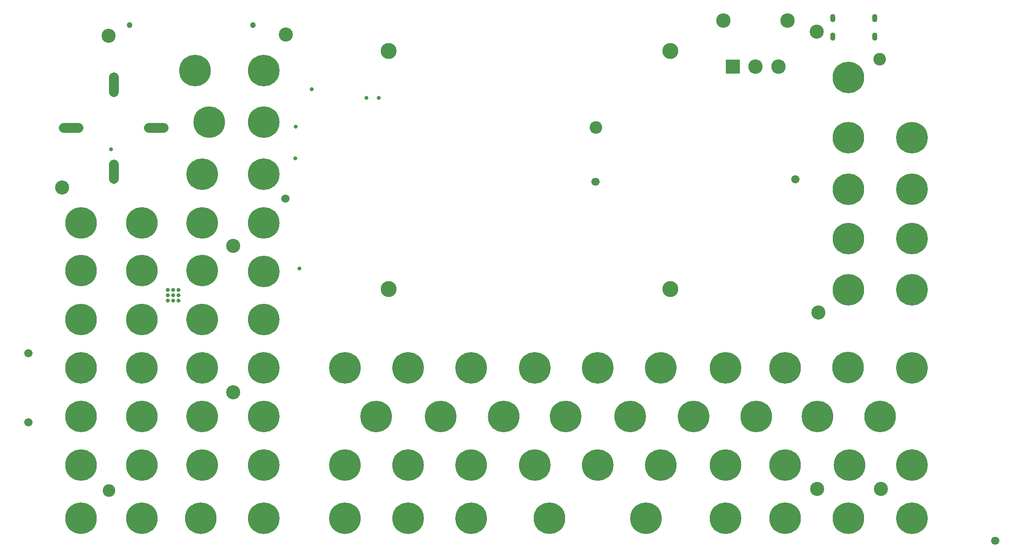
<source format=gbs>
G04*
G04 #@! TF.GenerationSoftware,Altium Limited,Altium Designer,23.3.1 (30)*
G04*
G04 Layer_Color=16711935*
%FSLAX25Y25*%
%MOIN*%
G70*
G04*
G04 #@! TF.SameCoordinates,65CDCF12-2861-4885-BE21-4D3676ECD45B*
G04*
G04*
G04 #@! TF.FilePolarity,Negative*
G04*
G01*
G75*
%ADD12C,0.01968*%
%ADD64C,0.06706*%
%ADD68C,0.04737*%
%ADD74C,0.06693*%
G04:AMPARAMS|DCode=75|XSize=43.31mil|YSize=66.93mil|CornerRadius=21.65mil|HoleSize=0mil|Usage=FLASHONLY|Rotation=180.000|XOffset=0mil|YOffset=0mil|HoleType=Round|Shape=RoundedRectangle|*
%AMROUNDEDRECTD75*
21,1,0.04331,0.02362,0,0,180.0*
21,1,0.00000,0.06693,0,0,180.0*
1,1,0.04331,0.00000,0.01181*
1,1,0.04331,0.00000,0.01181*
1,1,0.04331,0.00000,-0.01181*
1,1,0.04331,0.00000,-0.01181*
%
%ADD75ROUNDEDRECTD75*%
%ADD76R,0.11725X0.11725*%
%ADD77C,0.11725*%
%ADD78C,0.11417*%
%ADD79C,0.10236*%
%ADD80C,0.12992*%
%ADD81C,0.03200*%
%ADD108C,0.07874*%
G04:AMPARAMS|DCode=109|XSize=94.61mil|YSize=27.69mil|CornerRadius=13.84mil|HoleSize=0mil|Usage=FLASHONLY|Rotation=0.000|XOffset=0mil|YOffset=0mil|HoleType=Round|Shape=RoundedRectangle|*
%AMROUNDEDRECTD109*
21,1,0.09461,0.00000,0,0,0.0*
21,1,0.06693,0.02769,0,0,0.0*
1,1,0.02769,0.03347,0.00000*
1,1,0.02769,-0.03347,0.00000*
1,1,0.02769,-0.03347,0.00000*
1,1,0.02769,0.03347,0.00000*
%
%ADD109ROUNDEDRECTD109*%
%ADD110C,0.02769*%
G04:AMPARAMS|DCode=111|XSize=94.61mil|YSize=27.69mil|CornerRadius=13.84mil|HoleSize=0mil|Usage=FLASHONLY|Rotation=270.000|XOffset=0mil|YOffset=0mil|HoleType=Round|Shape=RoundedRectangle|*
%AMROUNDEDRECTD111*
21,1,0.09461,0.00000,0,0,270.0*
21,1,0.06693,0.02769,0,0,270.0*
1,1,0.02769,0.00000,-0.03347*
1,1,0.02769,0.00000,0.03347*
1,1,0.02769,0.00000,0.03347*
1,1,0.02769,0.00000,-0.03347*
%
%ADD111ROUNDEDRECTD111*%
G36*
X208709Y402309D02*
X210205Y401908D01*
X211635Y401316D01*
X212976Y400542D01*
X214204Y399599D01*
X215299Y398504D01*
X216242Y397276D01*
X217016Y395935D01*
X217608Y394505D01*
X218009Y393009D01*
X218211Y391474D01*
Y390700D01*
Y389926D01*
X218009Y388391D01*
X217608Y386895D01*
X217016Y385465D01*
X216242Y384124D01*
X215299Y382896D01*
X214204Y381801D01*
X212976Y380858D01*
X211635Y380084D01*
X210205Y379492D01*
X208709Y379091D01*
X207174Y378889D01*
X205626D01*
X204091Y379091D01*
X202595Y379492D01*
X201165Y380084D01*
X199824Y380858D01*
X198596Y381801D01*
X197501Y382896D01*
X196558Y384124D01*
X195784Y385465D01*
X195192Y386895D01*
X194791Y388391D01*
X194589Y389926D01*
Y390700D01*
Y391474D01*
X194791Y393009D01*
X195192Y394505D01*
X195784Y395935D01*
X196558Y397276D01*
X197501Y398504D01*
X198596Y399599D01*
X199824Y400542D01*
X201165Y401316D01*
X202595Y401908D01*
X204091Y402309D01*
X205626Y402511D01*
X207174D01*
X208709Y402309D01*
D02*
G37*
G36*
X153009D02*
X154505Y401908D01*
X155935Y401316D01*
X157276Y400542D01*
X158504Y399599D01*
X159599Y398504D01*
X160541Y397276D01*
X161316Y395935D01*
X161908Y394505D01*
X162309Y393009D01*
X162511Y391474D01*
Y390700D01*
Y389926D01*
X162309Y388391D01*
X161908Y386895D01*
X161316Y385465D01*
X160541Y384124D01*
X159599Y382896D01*
X158504Y381801D01*
X157276Y380858D01*
X155935Y380084D01*
X154505Y379492D01*
X153009Y379091D01*
X151474Y378889D01*
X149926D01*
X148391Y379091D01*
X146895Y379492D01*
X145465Y380084D01*
X144124Y380858D01*
X142896Y381801D01*
X141801Y382896D01*
X140858Y384124D01*
X140084Y385465D01*
X139492Y386895D01*
X139091Y388391D01*
X138889Y389926D01*
Y390700D01*
Y391474D01*
X139091Y393009D01*
X139492Y394505D01*
X140084Y395935D01*
X140858Y397276D01*
X141801Y398504D01*
X142896Y399599D01*
X144124Y400542D01*
X145465Y401316D01*
X146895Y401908D01*
X148391Y402309D01*
X149926Y402511D01*
X151474D01*
X153009Y402309D01*
D02*
G37*
G36*
X682609Y396709D02*
X684105Y396308D01*
X685535Y395716D01*
X686876Y394942D01*
X688104Y393999D01*
X689199Y392904D01*
X690141Y391676D01*
X690916Y390335D01*
X691508Y388905D01*
X691909Y387409D01*
X692111Y385874D01*
Y385100D01*
Y384326D01*
X691909Y382791D01*
X691508Y381295D01*
X690916Y379865D01*
X690141Y378524D01*
X689199Y377296D01*
X688104Y376201D01*
X686876Y375258D01*
X685535Y374484D01*
X684105Y373892D01*
X682609Y373491D01*
X681074Y373289D01*
X679526D01*
X677991Y373491D01*
X676495Y373892D01*
X675065Y374484D01*
X673724Y375258D01*
X672496Y376201D01*
X671401Y377296D01*
X670458Y378524D01*
X669684Y379865D01*
X669092Y381295D01*
X668691Y382791D01*
X668489Y384326D01*
Y385100D01*
Y385874D01*
X668691Y387409D01*
X669092Y388905D01*
X669684Y390335D01*
X670458Y391676D01*
X671401Y392904D01*
X672496Y393999D01*
X673724Y394942D01*
X675065Y395716D01*
X676495Y396308D01*
X677991Y396709D01*
X679526Y396911D01*
X681074D01*
X682609Y396709D01*
D02*
G37*
G36*
X208709Y360509D02*
X210205Y360108D01*
X211635Y359516D01*
X212976Y358742D01*
X214204Y357799D01*
X215299Y356704D01*
X216242Y355476D01*
X217016Y354135D01*
X217608Y352705D01*
X218009Y351209D01*
X218211Y349674D01*
Y348900D01*
Y348126D01*
X218009Y346591D01*
X217608Y345095D01*
X217016Y343665D01*
X216242Y342324D01*
X215299Y341096D01*
X214204Y340001D01*
X212976Y339058D01*
X211635Y338284D01*
X210205Y337692D01*
X208709Y337291D01*
X207174Y337089D01*
X205626D01*
X204091Y337291D01*
X202595Y337692D01*
X201165Y338284D01*
X199824Y339058D01*
X198596Y340001D01*
X197501Y341096D01*
X196558Y342324D01*
X195784Y343665D01*
X195192Y345095D01*
X194791Y346591D01*
X194589Y348126D01*
Y348900D01*
Y349674D01*
X194791Y351209D01*
X195192Y352705D01*
X195784Y354135D01*
X196558Y355476D01*
X197501Y356704D01*
X198596Y357799D01*
X199824Y358742D01*
X201165Y359516D01*
X202595Y360108D01*
X204091Y360509D01*
X205626Y360711D01*
X207174D01*
X208709Y360509D01*
D02*
G37*
G36*
X164509D02*
X166005Y360108D01*
X167435Y359516D01*
X168776Y358742D01*
X170004Y357799D01*
X171099Y356704D01*
X172041Y355476D01*
X172816Y354135D01*
X173408Y352705D01*
X173809Y351209D01*
X174011Y349674D01*
Y348900D01*
Y348126D01*
X173809Y346591D01*
X173408Y345095D01*
X172816Y343665D01*
X172041Y342324D01*
X171099Y341096D01*
X170004Y340001D01*
X168776Y339058D01*
X167435Y338284D01*
X166005Y337692D01*
X164509Y337291D01*
X162974Y337089D01*
X161426D01*
X159891Y337291D01*
X158395Y337692D01*
X156965Y338284D01*
X155624Y339058D01*
X154396Y340001D01*
X153301Y341096D01*
X152358Y342324D01*
X151584Y343665D01*
X150992Y345095D01*
X150591Y346591D01*
X150389Y348126D01*
Y348900D01*
Y349674D01*
X150591Y351209D01*
X150992Y352705D01*
X151584Y354135D01*
X152358Y355476D01*
X153301Y356704D01*
X154396Y357799D01*
X155624Y358742D01*
X156965Y359516D01*
X158395Y360108D01*
X159891Y360509D01*
X161426Y360711D01*
X162974D01*
X164509Y360509D01*
D02*
G37*
G36*
X734109Y347909D02*
X735605Y347508D01*
X737035Y346916D01*
X738376Y346142D01*
X739604Y345199D01*
X740699Y344104D01*
X741642Y342876D01*
X742416Y341535D01*
X743008Y340105D01*
X743409Y338609D01*
X743611Y337074D01*
Y336300D01*
Y335526D01*
X743409Y333991D01*
X743008Y332495D01*
X742416Y331065D01*
X741642Y329724D01*
X740699Y328496D01*
X739604Y327401D01*
X738376Y326458D01*
X737035Y325684D01*
X735605Y325092D01*
X734109Y324691D01*
X732574Y324489D01*
X731026D01*
X729491Y324691D01*
X727995Y325092D01*
X726565Y325684D01*
X725224Y326458D01*
X723996Y327401D01*
X722901Y328496D01*
X721958Y329724D01*
X721184Y331065D01*
X720592Y332495D01*
X720191Y333991D01*
X719989Y335526D01*
Y336300D01*
Y337074D01*
X720191Y338609D01*
X720592Y340105D01*
X721184Y341535D01*
X721958Y342876D01*
X722901Y344104D01*
X723996Y345199D01*
X725224Y346142D01*
X726565Y346916D01*
X727995Y347508D01*
X729491Y347909D01*
X731026Y348111D01*
X732574D01*
X734109Y347909D01*
D02*
G37*
G36*
X682609D02*
X684105Y347508D01*
X685535Y346916D01*
X686876Y346142D01*
X688104Y345199D01*
X689199Y344104D01*
X690141Y342876D01*
X690916Y341535D01*
X691508Y340105D01*
X691909Y338609D01*
X692111Y337074D01*
Y336300D01*
Y335526D01*
X691909Y333991D01*
X691508Y332495D01*
X690916Y331065D01*
X690141Y329724D01*
X689199Y328496D01*
X688104Y327401D01*
X686876Y326458D01*
X685535Y325684D01*
X684105Y325092D01*
X682609Y324691D01*
X681074Y324489D01*
X679526D01*
X677991Y324691D01*
X676495Y325092D01*
X675065Y325684D01*
X673724Y326458D01*
X672496Y327401D01*
X671401Y328496D01*
X670458Y329724D01*
X669684Y331065D01*
X669092Y332495D01*
X668691Y333991D01*
X668489Y335526D01*
Y336300D01*
Y337074D01*
X668691Y338609D01*
X669092Y340105D01*
X669684Y341535D01*
X670458Y342876D01*
X671401Y344104D01*
X672496Y345199D01*
X673724Y346142D01*
X675065Y346916D01*
X676495Y347508D01*
X677991Y347909D01*
X679526Y348111D01*
X681074D01*
X682609Y347909D01*
D02*
G37*
G36*
X208709Y318309D02*
X210205Y317908D01*
X211635Y317316D01*
X212976Y316542D01*
X214204Y315599D01*
X215299Y314504D01*
X216242Y313276D01*
X217016Y311935D01*
X217608Y310505D01*
X218009Y309009D01*
X218211Y307474D01*
Y306700D01*
Y305926D01*
X218009Y304391D01*
X217608Y302895D01*
X217016Y301465D01*
X216242Y300124D01*
X215299Y298896D01*
X214204Y297801D01*
X212976Y296858D01*
X211635Y296084D01*
X210205Y295492D01*
X208709Y295091D01*
X207174Y294889D01*
X205626D01*
X204091Y295091D01*
X202595Y295492D01*
X201165Y296084D01*
X199824Y296858D01*
X198596Y297801D01*
X197501Y298896D01*
X196558Y300124D01*
X195784Y301465D01*
X195192Y302895D01*
X194791Y304391D01*
X194589Y305926D01*
Y306700D01*
Y307474D01*
X194791Y309009D01*
X195192Y310505D01*
X195784Y311935D01*
X196558Y313276D01*
X197501Y314504D01*
X198596Y315599D01*
X199824Y316542D01*
X201165Y317316D01*
X202595Y317908D01*
X204091Y318309D01*
X205626Y318511D01*
X207174D01*
X208709Y318309D01*
D02*
G37*
G36*
X158809D02*
X160305Y317908D01*
X161735Y317316D01*
X163076Y316542D01*
X164304Y315599D01*
X165399Y314504D01*
X166341Y313276D01*
X167116Y311935D01*
X167708Y310505D01*
X168109Y309009D01*
X168311Y307474D01*
Y306700D01*
Y305926D01*
X168109Y304391D01*
X167708Y302895D01*
X167116Y301465D01*
X166341Y300124D01*
X165399Y298896D01*
X164304Y297801D01*
X163076Y296858D01*
X161735Y296084D01*
X160305Y295492D01*
X158809Y295091D01*
X157274Y294889D01*
X155726D01*
X154191Y295091D01*
X152695Y295492D01*
X151265Y296084D01*
X149924Y296858D01*
X148696Y297801D01*
X147601Y298896D01*
X146658Y300124D01*
X145884Y301465D01*
X145292Y302895D01*
X144891Y304391D01*
X144689Y305926D01*
Y306700D01*
Y307474D01*
X144891Y309009D01*
X145292Y310505D01*
X145884Y311935D01*
X146658Y313276D01*
X147601Y314504D01*
X148696Y315599D01*
X149924Y316542D01*
X151265Y317316D01*
X152695Y317908D01*
X154191Y318309D01*
X155726Y318511D01*
X157274D01*
X158809Y318309D01*
D02*
G37*
G36*
X734109Y306109D02*
X735605Y305708D01*
X737035Y305116D01*
X738376Y304342D01*
X739604Y303399D01*
X740699Y302304D01*
X741642Y301076D01*
X742416Y299735D01*
X743008Y298305D01*
X743409Y296809D01*
X743611Y295274D01*
Y294500D01*
Y293726D01*
X743409Y292191D01*
X743008Y290695D01*
X742416Y289265D01*
X741642Y287924D01*
X740699Y286696D01*
X739604Y285601D01*
X738376Y284658D01*
X737035Y283884D01*
X735605Y283292D01*
X734109Y282891D01*
X732574Y282689D01*
X731026D01*
X729491Y282891D01*
X727995Y283292D01*
X726565Y283884D01*
X725224Y284658D01*
X723996Y285601D01*
X722901Y286696D01*
X721958Y287924D01*
X721184Y289265D01*
X720592Y290695D01*
X720191Y292191D01*
X719989Y293726D01*
Y294500D01*
Y295274D01*
X720191Y296809D01*
X720592Y298305D01*
X721184Y299735D01*
X721958Y301076D01*
X722901Y302304D01*
X723996Y303399D01*
X725224Y304342D01*
X726565Y305116D01*
X727995Y305708D01*
X729491Y306109D01*
X731026Y306311D01*
X732574D01*
X734109Y306109D01*
D02*
G37*
G36*
X682609D02*
X684105Y305708D01*
X685535Y305116D01*
X686876Y304342D01*
X688104Y303399D01*
X689199Y302304D01*
X690141Y301076D01*
X690916Y299735D01*
X691508Y298305D01*
X691909Y296809D01*
X692111Y295274D01*
Y294500D01*
Y293726D01*
X691909Y292191D01*
X691508Y290695D01*
X690916Y289265D01*
X690141Y287924D01*
X689199Y286696D01*
X688104Y285601D01*
X686876Y284658D01*
X685535Y283884D01*
X684105Y283292D01*
X682609Y282891D01*
X681074Y282689D01*
X679526D01*
X677991Y282891D01*
X676495Y283292D01*
X675065Y283884D01*
X673724Y284658D01*
X672496Y285601D01*
X671401Y286696D01*
X670458Y287924D01*
X669684Y289265D01*
X669092Y290695D01*
X668691Y292191D01*
X668489Y293726D01*
Y294500D01*
Y295274D01*
X668691Y296809D01*
X669092Y298305D01*
X669684Y299735D01*
X670458Y301076D01*
X671401Y302304D01*
X672496Y303399D01*
X673724Y304342D01*
X675065Y305116D01*
X676495Y305708D01*
X677991Y306109D01*
X679526Y306311D01*
X681074D01*
X682609Y306109D01*
D02*
G37*
G36*
X208709Y278809D02*
X210205Y278408D01*
X211635Y277816D01*
X212976Y277042D01*
X214204Y276099D01*
X215299Y275004D01*
X216242Y273776D01*
X217016Y272435D01*
X217608Y271005D01*
X218009Y269509D01*
X218211Y267974D01*
Y267200D01*
Y266426D01*
X218009Y264891D01*
X217608Y263395D01*
X217016Y261965D01*
X216242Y260624D01*
X215299Y259396D01*
X214204Y258301D01*
X212976Y257358D01*
X211635Y256584D01*
X210205Y255992D01*
X208709Y255591D01*
X207174Y255389D01*
X205626D01*
X204091Y255591D01*
X202595Y255992D01*
X201165Y256584D01*
X199824Y257358D01*
X198596Y258301D01*
X197501Y259396D01*
X196558Y260624D01*
X195784Y261965D01*
X195192Y263395D01*
X194791Y264891D01*
X194589Y266426D01*
Y267200D01*
Y267974D01*
X194791Y269509D01*
X195192Y271005D01*
X195784Y272435D01*
X196558Y273776D01*
X197501Y275004D01*
X198596Y276099D01*
X199824Y277042D01*
X201165Y277816D01*
X202595Y278408D01*
X204091Y278809D01*
X205626Y279011D01*
X207174D01*
X208709Y278809D01*
D02*
G37*
G36*
X158809D02*
X160305Y278408D01*
X161735Y277816D01*
X163076Y277042D01*
X164304Y276099D01*
X165399Y275004D01*
X166341Y273776D01*
X167116Y272435D01*
X167708Y271005D01*
X168109Y269509D01*
X168311Y267974D01*
Y267200D01*
Y266426D01*
X168109Y264891D01*
X167708Y263395D01*
X167116Y261965D01*
X166341Y260624D01*
X165399Y259396D01*
X164304Y258301D01*
X163076Y257358D01*
X161735Y256584D01*
X160305Y255992D01*
X158809Y255591D01*
X157274Y255389D01*
X155726D01*
X154191Y255591D01*
X152695Y255992D01*
X151265Y256584D01*
X149924Y257358D01*
X148696Y258301D01*
X147601Y259396D01*
X146658Y260624D01*
X145884Y261965D01*
X145292Y263395D01*
X144891Y264891D01*
X144689Y266426D01*
Y267200D01*
Y267974D01*
X144891Y269509D01*
X145292Y271005D01*
X145884Y272435D01*
X146658Y273776D01*
X147601Y275004D01*
X148696Y276099D01*
X149924Y277042D01*
X151265Y277816D01*
X152695Y278408D01*
X154191Y278809D01*
X155726Y279011D01*
X157274D01*
X158809Y278809D01*
D02*
G37*
G36*
X109909D02*
X111405Y278408D01*
X112835Y277816D01*
X114176Y277042D01*
X115404Y276099D01*
X116499Y275004D01*
X117441Y273776D01*
X118216Y272435D01*
X118808Y271005D01*
X119209Y269509D01*
X119411Y267974D01*
Y267200D01*
Y266426D01*
X119209Y264891D01*
X118808Y263395D01*
X118216Y261965D01*
X117441Y260624D01*
X116499Y259396D01*
X115404Y258301D01*
X114176Y257358D01*
X112835Y256584D01*
X111405Y255992D01*
X109909Y255591D01*
X108374Y255389D01*
X106826D01*
X105291Y255591D01*
X103795Y255992D01*
X102365Y256584D01*
X101024Y257358D01*
X99796Y258301D01*
X98701Y259396D01*
X97758Y260624D01*
X96984Y261965D01*
X96392Y263395D01*
X95991Y264891D01*
X95789Y266426D01*
Y267200D01*
Y267974D01*
X95991Y269509D01*
X96392Y271005D01*
X96984Y272435D01*
X97758Y273776D01*
X98701Y275004D01*
X99796Y276099D01*
X101024Y277042D01*
X102365Y277816D01*
X103795Y278408D01*
X105291Y278809D01*
X106826Y279011D01*
X108374D01*
X109909Y278809D01*
D02*
G37*
G36*
X60609D02*
X62105Y278408D01*
X63535Y277816D01*
X64876Y277042D01*
X66104Y276099D01*
X67199Y275004D01*
X68142Y273776D01*
X68916Y272435D01*
X69508Y271005D01*
X69909Y269509D01*
X70111Y267974D01*
Y267200D01*
Y266426D01*
X69909Y264891D01*
X69508Y263395D01*
X68916Y261965D01*
X68142Y260624D01*
X67199Y259396D01*
X66104Y258301D01*
X64876Y257358D01*
X63535Y256584D01*
X62105Y255992D01*
X60609Y255591D01*
X59074Y255389D01*
X57526D01*
X55991Y255591D01*
X54495Y255992D01*
X53065Y256584D01*
X51724Y257358D01*
X50496Y258301D01*
X49401Y259396D01*
X48458Y260624D01*
X47684Y261965D01*
X47092Y263395D01*
X46691Y264891D01*
X46489Y266426D01*
Y267200D01*
Y267974D01*
X46691Y269509D01*
X47092Y271005D01*
X47684Y272435D01*
X48458Y273776D01*
X49401Y275004D01*
X50496Y276099D01*
X51724Y277042D01*
X53065Y277816D01*
X54495Y278408D01*
X55991Y278809D01*
X57526Y279011D01*
X59074D01*
X60609Y278809D01*
D02*
G37*
G36*
X734109Y266109D02*
X735605Y265708D01*
X737035Y265116D01*
X738376Y264342D01*
X739604Y263399D01*
X740699Y262304D01*
X741642Y261076D01*
X742416Y259735D01*
X743008Y258305D01*
X743409Y256809D01*
X743611Y255274D01*
Y254500D01*
Y253726D01*
X743409Y252191D01*
X743008Y250695D01*
X742416Y249265D01*
X741642Y247924D01*
X740699Y246696D01*
X739604Y245601D01*
X738376Y244658D01*
X737035Y243884D01*
X735605Y243292D01*
X734109Y242891D01*
X732574Y242689D01*
X731026D01*
X729491Y242891D01*
X727995Y243292D01*
X726565Y243884D01*
X725224Y244658D01*
X723996Y245601D01*
X722901Y246696D01*
X721958Y247924D01*
X721184Y249265D01*
X720592Y250695D01*
X720191Y252191D01*
X719989Y253726D01*
Y254500D01*
Y255274D01*
X720191Y256809D01*
X720592Y258305D01*
X721184Y259735D01*
X721958Y261076D01*
X722901Y262304D01*
X723996Y263399D01*
X725224Y264342D01*
X726565Y265116D01*
X727995Y265708D01*
X729491Y266109D01*
X731026Y266311D01*
X732574D01*
X734109Y266109D01*
D02*
G37*
G36*
X682609D02*
X684105Y265708D01*
X685535Y265116D01*
X686876Y264342D01*
X688104Y263399D01*
X689199Y262304D01*
X690141Y261076D01*
X690916Y259735D01*
X691508Y258305D01*
X691909Y256809D01*
X692111Y255274D01*
Y254500D01*
Y253726D01*
X691909Y252191D01*
X691508Y250695D01*
X690916Y249265D01*
X690141Y247924D01*
X689199Y246696D01*
X688104Y245601D01*
X686876Y244658D01*
X685535Y243884D01*
X684105Y243292D01*
X682609Y242891D01*
X681074Y242689D01*
X679526D01*
X677991Y242891D01*
X676495Y243292D01*
X675065Y243884D01*
X673724Y244658D01*
X672496Y245601D01*
X671401Y246696D01*
X670458Y247924D01*
X669684Y249265D01*
X669092Y250695D01*
X668691Y252191D01*
X668489Y253726D01*
Y254500D01*
Y255274D01*
X668691Y256809D01*
X669092Y258305D01*
X669684Y259735D01*
X670458Y261076D01*
X671401Y262304D01*
X672496Y263399D01*
X673724Y264342D01*
X675065Y265116D01*
X676495Y265708D01*
X677991Y266109D01*
X679526Y266311D01*
X681074D01*
X682609Y266109D01*
D02*
G37*
G36*
X158809Y240209D02*
X160305Y239808D01*
X161735Y239216D01*
X163076Y238442D01*
X164304Y237499D01*
X165399Y236404D01*
X166341Y235176D01*
X167116Y233835D01*
X167708Y232405D01*
X168109Y230909D01*
X168311Y229374D01*
Y228600D01*
Y227826D01*
X168109Y226291D01*
X167708Y224795D01*
X167116Y223365D01*
X166341Y222024D01*
X165399Y220796D01*
X164304Y219701D01*
X163076Y218758D01*
X161735Y217984D01*
X160305Y217392D01*
X158809Y216991D01*
X157274Y216789D01*
X155726D01*
X154191Y216991D01*
X152695Y217392D01*
X151265Y217984D01*
X149924Y218758D01*
X148696Y219701D01*
X147601Y220796D01*
X146658Y222024D01*
X145884Y223365D01*
X145292Y224795D01*
X144891Y226291D01*
X144689Y227826D01*
Y228600D01*
Y229374D01*
X144891Y230909D01*
X145292Y232405D01*
X145884Y233835D01*
X146658Y235176D01*
X147601Y236404D01*
X148696Y237499D01*
X149924Y238442D01*
X151265Y239216D01*
X152695Y239808D01*
X154191Y240209D01*
X155726Y240411D01*
X157274D01*
X158809Y240209D01*
D02*
G37*
G36*
X109909D02*
X111405Y239808D01*
X112835Y239216D01*
X114176Y238442D01*
X115404Y237499D01*
X116499Y236404D01*
X117441Y235176D01*
X118216Y233835D01*
X118808Y232405D01*
X119209Y230909D01*
X119411Y229374D01*
Y228600D01*
Y227826D01*
X119209Y226291D01*
X118808Y224795D01*
X118216Y223365D01*
X117441Y222024D01*
X116499Y220796D01*
X115404Y219701D01*
X114176Y218758D01*
X112835Y217984D01*
X111405Y217392D01*
X109909Y216991D01*
X108374Y216789D01*
X106826D01*
X105291Y216991D01*
X103795Y217392D01*
X102365Y217984D01*
X101024Y218758D01*
X99796Y219701D01*
X98701Y220796D01*
X97758Y222024D01*
X96984Y223365D01*
X96392Y224795D01*
X95991Y226291D01*
X95789Y227826D01*
Y228600D01*
Y229374D01*
X95991Y230909D01*
X96392Y232405D01*
X96984Y233835D01*
X97758Y235176D01*
X98701Y236404D01*
X99796Y237499D01*
X101024Y238442D01*
X102365Y239216D01*
X103795Y239808D01*
X105291Y240209D01*
X106826Y240411D01*
X108374D01*
X109909Y240209D01*
D02*
G37*
G36*
X60609D02*
X62105Y239808D01*
X63535Y239216D01*
X64876Y238442D01*
X66104Y237499D01*
X67199Y236404D01*
X68142Y235176D01*
X68916Y233835D01*
X69508Y232405D01*
X69909Y230909D01*
X70111Y229374D01*
Y228600D01*
Y227826D01*
X69909Y226291D01*
X69508Y224795D01*
X68916Y223365D01*
X68142Y222024D01*
X67199Y220796D01*
X66104Y219701D01*
X64876Y218758D01*
X63535Y217984D01*
X62105Y217392D01*
X60609Y216991D01*
X59074Y216789D01*
X57526D01*
X55991Y216991D01*
X54495Y217392D01*
X53065Y217984D01*
X51724Y218758D01*
X50496Y219701D01*
X49401Y220796D01*
X48458Y222024D01*
X47684Y223365D01*
X47092Y224795D01*
X46691Y226291D01*
X46489Y227826D01*
Y228600D01*
Y229374D01*
X46691Y230909D01*
X47092Y232405D01*
X47684Y233835D01*
X48458Y235176D01*
X49401Y236404D01*
X50496Y237499D01*
X51724Y238442D01*
X53065Y239216D01*
X54495Y239808D01*
X55991Y240209D01*
X57526Y240411D01*
X59074D01*
X60609Y240209D01*
D02*
G37*
G36*
X208709Y239455D02*
X210205Y239054D01*
X211635Y238461D01*
X212976Y237687D01*
X214204Y236745D01*
X215299Y235650D01*
X216242Y234422D01*
X217016Y233081D01*
X217608Y231650D01*
X218009Y230155D01*
X218211Y228620D01*
Y227846D01*
Y227072D01*
X218009Y225536D01*
X217608Y224041D01*
X217016Y222611D01*
X216242Y221270D01*
X215299Y220041D01*
X214204Y218947D01*
X212976Y218004D01*
X211635Y217230D01*
X210205Y216637D01*
X208709Y216237D01*
X207174Y216035D01*
X205626D01*
X204091Y216237D01*
X202595Y216637D01*
X201165Y217230D01*
X199824Y218004D01*
X198596Y218947D01*
X197501Y220041D01*
X196558Y221270D01*
X195784Y222611D01*
X195192Y224041D01*
X194791Y225536D01*
X194589Y227072D01*
Y227846D01*
Y228620D01*
X194791Y230155D01*
X195192Y231650D01*
X195784Y233081D01*
X196558Y234422D01*
X197501Y235650D01*
X198596Y236745D01*
X199824Y237687D01*
X201165Y238461D01*
X202595Y239054D01*
X204091Y239455D01*
X205626Y239657D01*
X207174D01*
X208709Y239455D01*
D02*
G37*
G36*
X734109Y224609D02*
X735605Y224208D01*
X737035Y223616D01*
X738376Y222842D01*
X739604Y221899D01*
X740699Y220804D01*
X741642Y219576D01*
X742416Y218235D01*
X743008Y216805D01*
X743409Y215309D01*
X743611Y213774D01*
Y213000D01*
Y212226D01*
X743409Y210691D01*
X743008Y209195D01*
X742416Y207765D01*
X741642Y206424D01*
X740699Y205196D01*
X739604Y204101D01*
X738376Y203158D01*
X737035Y202384D01*
X735605Y201792D01*
X734109Y201391D01*
X732574Y201189D01*
X731026D01*
X729491Y201391D01*
X727995Y201792D01*
X726565Y202384D01*
X725224Y203158D01*
X723996Y204101D01*
X722901Y205196D01*
X721958Y206424D01*
X721184Y207765D01*
X720592Y209195D01*
X720191Y210691D01*
X719989Y212226D01*
Y213000D01*
Y213774D01*
X720191Y215309D01*
X720592Y216805D01*
X721184Y218235D01*
X721958Y219576D01*
X722901Y220804D01*
X723996Y221899D01*
X725224Y222842D01*
X726565Y223616D01*
X727995Y224208D01*
X729491Y224609D01*
X731026Y224811D01*
X732574D01*
X734109Y224609D01*
D02*
G37*
G36*
X682609D02*
X684105Y224208D01*
X685535Y223616D01*
X686876Y222842D01*
X688104Y221899D01*
X689199Y220804D01*
X690141Y219576D01*
X690916Y218235D01*
X691508Y216805D01*
X691909Y215309D01*
X692111Y213774D01*
Y213000D01*
Y212226D01*
X691909Y210691D01*
X691508Y209195D01*
X690916Y207765D01*
X690141Y206424D01*
X689199Y205196D01*
X688104Y204101D01*
X686876Y203158D01*
X685535Y202384D01*
X684105Y201792D01*
X682609Y201391D01*
X681074Y201189D01*
X679526D01*
X677991Y201391D01*
X676495Y201792D01*
X675065Y202384D01*
X673724Y203158D01*
X672496Y204101D01*
X671401Y205196D01*
X670458Y206424D01*
X669684Y207765D01*
X669092Y209195D01*
X668691Y210691D01*
X668489Y212226D01*
Y213000D01*
Y213774D01*
X668691Y215309D01*
X669092Y216805D01*
X669684Y218235D01*
X670458Y219576D01*
X671401Y220804D01*
X672496Y221899D01*
X673724Y222842D01*
X675065Y223616D01*
X676495Y224208D01*
X677991Y224609D01*
X679526Y224811D01*
X681074D01*
X682609Y224609D01*
D02*
G37*
G36*
X208709Y200509D02*
X210205Y200108D01*
X211635Y199516D01*
X212976Y198742D01*
X214204Y197799D01*
X215299Y196704D01*
X216242Y195476D01*
X217016Y194135D01*
X217608Y192705D01*
X218009Y191209D01*
X218211Y189674D01*
Y188900D01*
Y188126D01*
X218009Y186591D01*
X217608Y185095D01*
X217016Y183665D01*
X216242Y182324D01*
X215299Y181096D01*
X214204Y180001D01*
X212976Y179058D01*
X211635Y178284D01*
X210205Y177692D01*
X208709Y177291D01*
X207174Y177089D01*
X205626D01*
X204091Y177291D01*
X202595Y177692D01*
X201165Y178284D01*
X199824Y179058D01*
X198596Y180001D01*
X197501Y181096D01*
X196558Y182324D01*
X195784Y183665D01*
X195192Y185095D01*
X194791Y186591D01*
X194589Y188126D01*
Y188900D01*
Y189674D01*
X194791Y191209D01*
X195192Y192705D01*
X195784Y194135D01*
X196558Y195476D01*
X197501Y196704D01*
X198596Y197799D01*
X199824Y198742D01*
X201165Y199516D01*
X202595Y200108D01*
X204091Y200509D01*
X205626Y200711D01*
X207174D01*
X208709Y200509D01*
D02*
G37*
G36*
X158809D02*
X160305Y200108D01*
X161735Y199516D01*
X163076Y198742D01*
X164304Y197799D01*
X165399Y196704D01*
X166341Y195476D01*
X167116Y194135D01*
X167708Y192705D01*
X168109Y191209D01*
X168311Y189674D01*
Y188900D01*
Y188126D01*
X168109Y186591D01*
X167708Y185095D01*
X167116Y183665D01*
X166341Y182324D01*
X165399Y181096D01*
X164304Y180001D01*
X163076Y179058D01*
X161735Y178284D01*
X160305Y177692D01*
X158809Y177291D01*
X157274Y177089D01*
X155726D01*
X154191Y177291D01*
X152695Y177692D01*
X151265Y178284D01*
X149924Y179058D01*
X148696Y180001D01*
X147601Y181096D01*
X146658Y182324D01*
X145884Y183665D01*
X145292Y185095D01*
X144891Y186591D01*
X144689Y188126D01*
Y188900D01*
Y189674D01*
X144891Y191209D01*
X145292Y192705D01*
X145884Y194135D01*
X146658Y195476D01*
X147601Y196704D01*
X148696Y197799D01*
X149924Y198742D01*
X151265Y199516D01*
X152695Y200108D01*
X154191Y200509D01*
X155726Y200711D01*
X157274D01*
X158809Y200509D01*
D02*
G37*
G36*
X109909D02*
X111405Y200108D01*
X112835Y199516D01*
X114176Y198742D01*
X115404Y197799D01*
X116499Y196704D01*
X117441Y195476D01*
X118216Y194135D01*
X118808Y192705D01*
X119209Y191209D01*
X119411Y189674D01*
Y188900D01*
Y188126D01*
X119209Y186591D01*
X118808Y185095D01*
X118216Y183665D01*
X117441Y182324D01*
X116499Y181096D01*
X115404Y180001D01*
X114176Y179058D01*
X112835Y178284D01*
X111405Y177692D01*
X109909Y177291D01*
X108374Y177089D01*
X106826D01*
X105291Y177291D01*
X103795Y177692D01*
X102365Y178284D01*
X101024Y179058D01*
X99796Y180001D01*
X98701Y181096D01*
X97758Y182324D01*
X96984Y183665D01*
X96392Y185095D01*
X95991Y186591D01*
X95789Y188126D01*
Y188900D01*
Y189674D01*
X95991Y191209D01*
X96392Y192705D01*
X96984Y194135D01*
X97758Y195476D01*
X98701Y196704D01*
X99796Y197799D01*
X101024Y198742D01*
X102365Y199516D01*
X103795Y200108D01*
X105291Y200509D01*
X106826Y200711D01*
X108374D01*
X109909Y200509D01*
D02*
G37*
G36*
X60609D02*
X62105Y200108D01*
X63535Y199516D01*
X64876Y198742D01*
X66104Y197799D01*
X67199Y196704D01*
X68142Y195476D01*
X68916Y194135D01*
X69508Y192705D01*
X69909Y191209D01*
X70111Y189674D01*
Y188900D01*
Y188126D01*
X69909Y186591D01*
X69508Y185095D01*
X68916Y183665D01*
X68142Y182324D01*
X67199Y181096D01*
X66104Y180001D01*
X64876Y179058D01*
X63535Y178284D01*
X62105Y177692D01*
X60609Y177291D01*
X59074Y177089D01*
X57526D01*
X55991Y177291D01*
X54495Y177692D01*
X53065Y178284D01*
X51724Y179058D01*
X50496Y180001D01*
X49401Y181096D01*
X48458Y182324D01*
X47684Y183665D01*
X47092Y185095D01*
X46691Y186591D01*
X46489Y188126D01*
Y188900D01*
Y189674D01*
X46691Y191209D01*
X47092Y192705D01*
X47684Y194135D01*
X48458Y195476D01*
X49401Y196704D01*
X50496Y197799D01*
X51724Y198742D01*
X53065Y199516D01*
X54495Y200108D01*
X55991Y200509D01*
X57526Y200711D01*
X59074D01*
X60609Y200509D01*
D02*
G37*
G36*
X682309Y161609D02*
X683805Y161208D01*
X685235Y160616D01*
X686576Y159842D01*
X687804Y158899D01*
X688899Y157804D01*
X689842Y156576D01*
X690616Y155235D01*
X691208Y153805D01*
X691609Y152309D01*
X691811Y150774D01*
Y150000D01*
Y149226D01*
X691609Y147691D01*
X691208Y146195D01*
X690616Y144765D01*
X689842Y143424D01*
X688899Y142196D01*
X687804Y141101D01*
X686576Y140158D01*
X685235Y139384D01*
X683805Y138792D01*
X682309Y138391D01*
X680774Y138189D01*
X679226D01*
X677691Y138391D01*
X676195Y138792D01*
X674765Y139384D01*
X673424Y140158D01*
X672196Y141101D01*
X671101Y142196D01*
X670158Y143424D01*
X669384Y144765D01*
X668792Y146195D01*
X668391Y147691D01*
X668189Y149226D01*
Y150000D01*
Y150774D01*
X668391Y152309D01*
X668792Y153805D01*
X669384Y155235D01*
X670158Y156576D01*
X671101Y157804D01*
X672196Y158899D01*
X673424Y159842D01*
X674765Y160616D01*
X676195Y161208D01*
X677691Y161609D01*
X679226Y161811D01*
X680774D01*
X682309Y161609D01*
D02*
G37*
G36*
X734109Y161309D02*
X735605Y160908D01*
X737035Y160316D01*
X738376Y159542D01*
X739604Y158599D01*
X740699Y157504D01*
X741642Y156276D01*
X742416Y154935D01*
X743008Y153505D01*
X743409Y152009D01*
X743611Y150474D01*
Y149700D01*
Y148926D01*
X743409Y147391D01*
X743008Y145895D01*
X742416Y144465D01*
X741642Y143124D01*
X740699Y141896D01*
X739604Y140801D01*
X738376Y139858D01*
X737035Y139084D01*
X735605Y138492D01*
X734109Y138091D01*
X732574Y137889D01*
X731026D01*
X729491Y138091D01*
X727995Y138492D01*
X726565Y139084D01*
X725224Y139858D01*
X723996Y140801D01*
X722901Y141896D01*
X721958Y143124D01*
X721184Y144465D01*
X720592Y145895D01*
X720191Y147391D01*
X719989Y148926D01*
Y149700D01*
Y150474D01*
X720191Y152009D01*
X720592Y153505D01*
X721184Y154935D01*
X721958Y156276D01*
X722901Y157504D01*
X723996Y158599D01*
X725224Y159542D01*
X726565Y160316D01*
X727995Y160908D01*
X729491Y161309D01*
X731026Y161511D01*
X732574D01*
X734109Y161309D01*
D02*
G37*
G36*
X631309D02*
X632805Y160908D01*
X634235Y160316D01*
X635576Y159542D01*
X636804Y158599D01*
X637899Y157504D01*
X638841Y156276D01*
X639616Y154935D01*
X640208Y153505D01*
X640609Y152009D01*
X640811Y150474D01*
Y149700D01*
Y148926D01*
X640609Y147391D01*
X640208Y145895D01*
X639616Y144465D01*
X638841Y143124D01*
X637899Y141896D01*
X636804Y140801D01*
X635576Y139858D01*
X634235Y139084D01*
X632805Y138492D01*
X631309Y138091D01*
X629774Y137889D01*
X628226D01*
X626691Y138091D01*
X625195Y138492D01*
X623765Y139084D01*
X622424Y139858D01*
X621196Y140801D01*
X620101Y141896D01*
X619158Y143124D01*
X618384Y144465D01*
X617792Y145895D01*
X617391Y147391D01*
X617189Y148926D01*
Y149700D01*
Y150474D01*
X617391Y152009D01*
X617792Y153505D01*
X618384Y154935D01*
X619158Y156276D01*
X620101Y157504D01*
X621196Y158599D01*
X622424Y159542D01*
X623765Y160316D01*
X625195Y160908D01*
X626691Y161309D01*
X628226Y161511D01*
X629774D01*
X631309Y161309D01*
D02*
G37*
G36*
X583009D02*
X584505Y160908D01*
X585935Y160316D01*
X587276Y159542D01*
X588504Y158599D01*
X589599Y157504D01*
X590542Y156276D01*
X591316Y154935D01*
X591908Y153505D01*
X592309Y152009D01*
X592511Y150474D01*
Y149700D01*
Y148926D01*
X592309Y147391D01*
X591908Y145895D01*
X591316Y144465D01*
X590542Y143124D01*
X589599Y141896D01*
X588504Y140801D01*
X587276Y139858D01*
X585935Y139084D01*
X584505Y138492D01*
X583009Y138091D01*
X581474Y137889D01*
X579926D01*
X578391Y138091D01*
X576895Y138492D01*
X575465Y139084D01*
X574124Y139858D01*
X572896Y140801D01*
X571801Y141896D01*
X570858Y143124D01*
X570084Y144465D01*
X569492Y145895D01*
X569091Y147391D01*
X568889Y148926D01*
Y149700D01*
Y150474D01*
X569091Y152009D01*
X569492Y153505D01*
X570084Y154935D01*
X570858Y156276D01*
X571801Y157504D01*
X572896Y158599D01*
X574124Y159542D01*
X575465Y160316D01*
X576895Y160908D01*
X578391Y161309D01*
X579926Y161511D01*
X581474D01*
X583009Y161309D01*
D02*
G37*
G36*
X530509D02*
X532005Y160908D01*
X533435Y160316D01*
X534776Y159542D01*
X536004Y158599D01*
X537099Y157504D01*
X538041Y156276D01*
X538816Y154935D01*
X539408Y153505D01*
X539809Y152009D01*
X540011Y150474D01*
Y149700D01*
Y148926D01*
X539809Y147391D01*
X539408Y145895D01*
X538816Y144465D01*
X538041Y143124D01*
X537099Y141896D01*
X536004Y140801D01*
X534776Y139858D01*
X533435Y139084D01*
X532005Y138492D01*
X530509Y138091D01*
X528974Y137889D01*
X527426D01*
X525891Y138091D01*
X524395Y138492D01*
X522965Y139084D01*
X521624Y139858D01*
X520396Y140801D01*
X519301Y141896D01*
X518358Y143124D01*
X517584Y144465D01*
X516992Y145895D01*
X516591Y147391D01*
X516389Y148926D01*
Y149700D01*
Y150474D01*
X516591Y152009D01*
X516992Y153505D01*
X517584Y154935D01*
X518358Y156276D01*
X519301Y157504D01*
X520396Y158599D01*
X521624Y159542D01*
X522965Y160316D01*
X524395Y160908D01*
X525891Y161309D01*
X527426Y161511D01*
X528974D01*
X530509Y161309D01*
D02*
G37*
G36*
X479409D02*
X480905Y160908D01*
X482335Y160316D01*
X483676Y159542D01*
X484904Y158599D01*
X485999Y157504D01*
X486941Y156276D01*
X487716Y154935D01*
X488308Y153505D01*
X488709Y152009D01*
X488911Y150474D01*
Y149700D01*
Y148926D01*
X488709Y147391D01*
X488308Y145895D01*
X487716Y144465D01*
X486941Y143124D01*
X485999Y141896D01*
X484904Y140801D01*
X483676Y139858D01*
X482335Y139084D01*
X480905Y138492D01*
X479409Y138091D01*
X477874Y137889D01*
X476326D01*
X474791Y138091D01*
X473295Y138492D01*
X471865Y139084D01*
X470524Y139858D01*
X469296Y140801D01*
X468201Y141896D01*
X467258Y143124D01*
X466484Y144465D01*
X465892Y145895D01*
X465491Y147391D01*
X465289Y148926D01*
Y149700D01*
Y150474D01*
X465491Y152009D01*
X465892Y153505D01*
X466484Y154935D01*
X467258Y156276D01*
X468201Y157504D01*
X469296Y158599D01*
X470524Y159542D01*
X471865Y160316D01*
X473295Y160908D01*
X474791Y161309D01*
X476326Y161511D01*
X477874D01*
X479409Y161309D01*
D02*
G37*
G36*
X428409D02*
X429905Y160908D01*
X431335Y160316D01*
X432676Y159542D01*
X433904Y158599D01*
X434999Y157504D01*
X435942Y156276D01*
X436716Y154935D01*
X437308Y153505D01*
X437709Y152009D01*
X437911Y150474D01*
Y149700D01*
Y148926D01*
X437709Y147391D01*
X437308Y145895D01*
X436716Y144465D01*
X435942Y143124D01*
X434999Y141896D01*
X433904Y140801D01*
X432676Y139858D01*
X431335Y139084D01*
X429905Y138492D01*
X428409Y138091D01*
X426874Y137889D01*
X425326D01*
X423791Y138091D01*
X422295Y138492D01*
X420865Y139084D01*
X419524Y139858D01*
X418296Y140801D01*
X417201Y141896D01*
X416258Y143124D01*
X415484Y144465D01*
X414892Y145895D01*
X414491Y147391D01*
X414289Y148926D01*
Y149700D01*
Y150474D01*
X414491Y152009D01*
X414892Y153505D01*
X415484Y154935D01*
X416258Y156276D01*
X417201Y157504D01*
X418296Y158599D01*
X419524Y159542D01*
X420865Y160316D01*
X422295Y160908D01*
X423791Y161309D01*
X425326Y161511D01*
X426874D01*
X428409Y161309D01*
D02*
G37*
G36*
X376809D02*
X378305Y160908D01*
X379735Y160316D01*
X381076Y159542D01*
X382304Y158599D01*
X383399Y157504D01*
X384342Y156276D01*
X385116Y154935D01*
X385708Y153505D01*
X386109Y152009D01*
X386311Y150474D01*
Y149700D01*
Y148926D01*
X386109Y147391D01*
X385708Y145895D01*
X385116Y144465D01*
X384342Y143124D01*
X383399Y141896D01*
X382304Y140801D01*
X381076Y139858D01*
X379735Y139084D01*
X378305Y138492D01*
X376809Y138091D01*
X375274Y137889D01*
X373726D01*
X372191Y138091D01*
X370695Y138492D01*
X369265Y139084D01*
X367924Y139858D01*
X366696Y140801D01*
X365601Y141896D01*
X364658Y143124D01*
X363884Y144465D01*
X363292Y145895D01*
X362891Y147391D01*
X362689Y148926D01*
Y149700D01*
Y150474D01*
X362891Y152009D01*
X363292Y153505D01*
X363884Y154935D01*
X364658Y156276D01*
X365601Y157504D01*
X366696Y158599D01*
X367924Y159542D01*
X369265Y160316D01*
X370695Y160908D01*
X372191Y161309D01*
X373726Y161511D01*
X375274D01*
X376809Y161309D01*
D02*
G37*
G36*
X325709D02*
X327205Y160908D01*
X328635Y160316D01*
X329976Y159542D01*
X331204Y158599D01*
X332299Y157504D01*
X333242Y156276D01*
X334016Y154935D01*
X334608Y153505D01*
X335009Y152009D01*
X335211Y150474D01*
Y149700D01*
Y148926D01*
X335009Y147391D01*
X334608Y145895D01*
X334016Y144465D01*
X333242Y143124D01*
X332299Y141896D01*
X331204Y140801D01*
X329976Y139858D01*
X328635Y139084D01*
X327205Y138492D01*
X325709Y138091D01*
X324174Y137889D01*
X322626D01*
X321091Y138091D01*
X319595Y138492D01*
X318165Y139084D01*
X316824Y139858D01*
X315596Y140801D01*
X314501Y141896D01*
X313558Y143124D01*
X312784Y144465D01*
X312192Y145895D01*
X311791Y147391D01*
X311589Y148926D01*
Y149700D01*
Y150474D01*
X311791Y152009D01*
X312192Y153505D01*
X312784Y154935D01*
X313558Y156276D01*
X314501Y157504D01*
X315596Y158599D01*
X316824Y159542D01*
X318165Y160316D01*
X319595Y160908D01*
X321091Y161309D01*
X322626Y161511D01*
X324174D01*
X325709Y161309D01*
D02*
G37*
G36*
X274509D02*
X276005Y160908D01*
X277435Y160316D01*
X278776Y159542D01*
X280004Y158599D01*
X281099Y157504D01*
X282042Y156276D01*
X282816Y154935D01*
X283408Y153505D01*
X283809Y152009D01*
X284011Y150474D01*
Y149700D01*
Y148926D01*
X283809Y147391D01*
X283408Y145895D01*
X282816Y144465D01*
X282042Y143124D01*
X281099Y141896D01*
X280004Y140801D01*
X278776Y139858D01*
X277435Y139084D01*
X276005Y138492D01*
X274509Y138091D01*
X272974Y137889D01*
X271426D01*
X269891Y138091D01*
X268395Y138492D01*
X266965Y139084D01*
X265624Y139858D01*
X264396Y140801D01*
X263301Y141896D01*
X262358Y143124D01*
X261584Y144465D01*
X260992Y145895D01*
X260591Y147391D01*
X260389Y148926D01*
Y149700D01*
Y150474D01*
X260591Y152009D01*
X260992Y153505D01*
X261584Y154935D01*
X262358Y156276D01*
X263301Y157504D01*
X264396Y158599D01*
X265624Y159542D01*
X266965Y160316D01*
X268395Y160908D01*
X269891Y161309D01*
X271426Y161511D01*
X272974D01*
X274509Y161309D01*
D02*
G37*
G36*
X208709D02*
X210205Y160908D01*
X211635Y160316D01*
X212976Y159542D01*
X214204Y158599D01*
X215299Y157504D01*
X216242Y156276D01*
X217016Y154935D01*
X217608Y153505D01*
X218009Y152009D01*
X218211Y150474D01*
Y149700D01*
Y148926D01*
X218009Y147391D01*
X217608Y145895D01*
X217016Y144465D01*
X216242Y143124D01*
X215299Y141896D01*
X214204Y140801D01*
X212976Y139858D01*
X211635Y139084D01*
X210205Y138492D01*
X208709Y138091D01*
X207174Y137889D01*
X205626D01*
X204091Y138091D01*
X202595Y138492D01*
X201165Y139084D01*
X199824Y139858D01*
X198596Y140801D01*
X197501Y141896D01*
X196558Y143124D01*
X195784Y144465D01*
X195192Y145895D01*
X194791Y147391D01*
X194589Y148926D01*
Y149700D01*
Y150474D01*
X194791Y152009D01*
X195192Y153505D01*
X195784Y154935D01*
X196558Y156276D01*
X197501Y157504D01*
X198596Y158599D01*
X199824Y159542D01*
X201165Y160316D01*
X202595Y160908D01*
X204091Y161309D01*
X205626Y161511D01*
X207174D01*
X208709Y161309D01*
D02*
G37*
G36*
X158809D02*
X160305Y160908D01*
X161735Y160316D01*
X163076Y159542D01*
X164304Y158599D01*
X165399Y157504D01*
X166341Y156276D01*
X167116Y154935D01*
X167708Y153505D01*
X168109Y152009D01*
X168311Y150474D01*
Y149700D01*
Y148926D01*
X168109Y147391D01*
X167708Y145895D01*
X167116Y144465D01*
X166341Y143124D01*
X165399Y141896D01*
X164304Y140801D01*
X163076Y139858D01*
X161735Y139084D01*
X160305Y138492D01*
X158809Y138091D01*
X157274Y137889D01*
X155726D01*
X154191Y138091D01*
X152695Y138492D01*
X151265Y139084D01*
X149924Y139858D01*
X148696Y140801D01*
X147601Y141896D01*
X146658Y143124D01*
X145884Y144465D01*
X145292Y145895D01*
X144891Y147391D01*
X144689Y148926D01*
Y149700D01*
Y150474D01*
X144891Y152009D01*
X145292Y153505D01*
X145884Y154935D01*
X146658Y156276D01*
X147601Y157504D01*
X148696Y158599D01*
X149924Y159542D01*
X151265Y160316D01*
X152695Y160908D01*
X154191Y161309D01*
X155726Y161511D01*
X157274D01*
X158809Y161309D01*
D02*
G37*
G36*
X109909D02*
X111405Y160908D01*
X112835Y160316D01*
X114176Y159542D01*
X115404Y158599D01*
X116499Y157504D01*
X117441Y156276D01*
X118216Y154935D01*
X118808Y153505D01*
X119209Y152009D01*
X119411Y150474D01*
Y149700D01*
Y148926D01*
X119209Y147391D01*
X118808Y145895D01*
X118216Y144465D01*
X117441Y143124D01*
X116499Y141896D01*
X115404Y140801D01*
X114176Y139858D01*
X112835Y139084D01*
X111405Y138492D01*
X109909Y138091D01*
X108374Y137889D01*
X106826D01*
X105291Y138091D01*
X103795Y138492D01*
X102365Y139084D01*
X101024Y139858D01*
X99796Y140801D01*
X98701Y141896D01*
X97758Y143124D01*
X96984Y144465D01*
X96392Y145895D01*
X95991Y147391D01*
X95789Y148926D01*
Y149700D01*
Y150474D01*
X95991Y152009D01*
X96392Y153505D01*
X96984Y154935D01*
X97758Y156276D01*
X98701Y157504D01*
X99796Y158599D01*
X101024Y159542D01*
X102365Y160316D01*
X103795Y160908D01*
X105291Y161309D01*
X106826Y161511D01*
X108374D01*
X109909Y161309D01*
D02*
G37*
G36*
X60609D02*
X62105Y160908D01*
X63535Y160316D01*
X64876Y159542D01*
X66104Y158599D01*
X67199Y157504D01*
X68142Y156276D01*
X68916Y154935D01*
X69508Y153505D01*
X69909Y152009D01*
X70111Y150474D01*
Y149700D01*
Y148926D01*
X69909Y147391D01*
X69508Y145895D01*
X68916Y144465D01*
X68142Y143124D01*
X67199Y141896D01*
X66104Y140801D01*
X64876Y139858D01*
X63535Y139084D01*
X62105Y138492D01*
X60609Y138091D01*
X59074Y137889D01*
X57526D01*
X55991Y138091D01*
X54495Y138492D01*
X53065Y139084D01*
X51724Y139858D01*
X50496Y140801D01*
X49401Y141896D01*
X48458Y143124D01*
X47684Y144465D01*
X47092Y145895D01*
X46691Y147391D01*
X46489Y148926D01*
Y149700D01*
Y150474D01*
X46691Y152009D01*
X47092Y153505D01*
X47684Y154935D01*
X48458Y156276D01*
X49401Y157504D01*
X50496Y158599D01*
X51724Y159542D01*
X53065Y160316D01*
X54495Y160908D01*
X55991Y161309D01*
X57526Y161511D01*
X59074D01*
X60609Y161309D01*
D02*
G37*
G36*
X708309Y121909D02*
X709805Y121508D01*
X711235Y120916D01*
X712576Y120142D01*
X713804Y119199D01*
X714899Y118104D01*
X715841Y116876D01*
X716616Y115535D01*
X717208Y114105D01*
X717609Y112609D01*
X717811Y111074D01*
Y110300D01*
Y109526D01*
X717609Y107991D01*
X717208Y106495D01*
X716616Y105065D01*
X715841Y103724D01*
X714899Y102496D01*
X713804Y101401D01*
X712576Y100459D01*
X711235Y99684D01*
X709805Y99092D01*
X708309Y98691D01*
X706774Y98489D01*
X705226D01*
X703691Y98691D01*
X702195Y99092D01*
X700765Y99684D01*
X699424Y100459D01*
X698196Y101401D01*
X697101Y102496D01*
X696158Y103724D01*
X695384Y105065D01*
X694792Y106495D01*
X694391Y107991D01*
X694189Y109526D01*
Y110300D01*
Y111074D01*
X694391Y112609D01*
X694792Y114105D01*
X695384Y115535D01*
X696158Y116876D01*
X697101Y118104D01*
X698196Y119199D01*
X699424Y120142D01*
X700765Y120916D01*
X702195Y121508D01*
X703691Y121909D01*
X705226Y122111D01*
X706774D01*
X708309Y121909D01*
D02*
G37*
G36*
X657509D02*
X659005Y121508D01*
X660435Y120916D01*
X661776Y120142D01*
X663004Y119199D01*
X664099Y118104D01*
X665041Y116876D01*
X665816Y115535D01*
X666408Y114105D01*
X666809Y112609D01*
X667011Y111074D01*
Y110300D01*
Y109526D01*
X666809Y107991D01*
X666408Y106495D01*
X665816Y105065D01*
X665041Y103724D01*
X664099Y102496D01*
X663004Y101401D01*
X661776Y100459D01*
X660435Y99684D01*
X659005Y99092D01*
X657509Y98691D01*
X655974Y98489D01*
X654426D01*
X652891Y98691D01*
X651395Y99092D01*
X649965Y99684D01*
X648624Y100459D01*
X647396Y101401D01*
X646301Y102496D01*
X645358Y103724D01*
X644584Y105065D01*
X643992Y106495D01*
X643591Y107991D01*
X643389Y109526D01*
Y110300D01*
Y111074D01*
X643591Y112609D01*
X643992Y114105D01*
X644584Y115535D01*
X645358Y116876D01*
X646301Y118104D01*
X647396Y119199D01*
X648624Y120142D01*
X649965Y120916D01*
X651395Y121508D01*
X652891Y121909D01*
X654426Y122111D01*
X655974D01*
X657509Y121909D01*
D02*
G37*
G36*
X607909D02*
X609405Y121508D01*
X610835Y120916D01*
X612176Y120142D01*
X613404Y119199D01*
X614499Y118104D01*
X615442Y116876D01*
X616216Y115535D01*
X616808Y114105D01*
X617209Y112609D01*
X617411Y111074D01*
Y110300D01*
Y109526D01*
X617209Y107991D01*
X616808Y106495D01*
X616216Y105065D01*
X615442Y103724D01*
X614499Y102496D01*
X613404Y101401D01*
X612176Y100459D01*
X610835Y99684D01*
X609405Y99092D01*
X607909Y98691D01*
X606374Y98489D01*
X604826D01*
X603291Y98691D01*
X601795Y99092D01*
X600365Y99684D01*
X599024Y100459D01*
X597796Y101401D01*
X596701Y102496D01*
X595758Y103724D01*
X594984Y105065D01*
X594392Y106495D01*
X593991Y107991D01*
X593789Y109526D01*
Y110300D01*
Y111074D01*
X593991Y112609D01*
X594392Y114105D01*
X594984Y115535D01*
X595758Y116876D01*
X596701Y118104D01*
X597796Y119199D01*
X599024Y120142D01*
X600365Y120916D01*
X601795Y121508D01*
X603291Y121909D01*
X604826Y122111D01*
X606374D01*
X607909Y121909D01*
D02*
G37*
G36*
X557109D02*
X558605Y121508D01*
X560035Y120916D01*
X561376Y120142D01*
X562604Y119199D01*
X563699Y118104D01*
X564642Y116876D01*
X565416Y115535D01*
X566008Y114105D01*
X566409Y112609D01*
X566611Y111074D01*
Y110300D01*
Y109526D01*
X566409Y107991D01*
X566008Y106495D01*
X565416Y105065D01*
X564642Y103724D01*
X563699Y102496D01*
X562604Y101401D01*
X561376Y100459D01*
X560035Y99684D01*
X558605Y99092D01*
X557109Y98691D01*
X555574Y98489D01*
X554026D01*
X552491Y98691D01*
X550995Y99092D01*
X549565Y99684D01*
X548224Y100459D01*
X546996Y101401D01*
X545901Y102496D01*
X544958Y103724D01*
X544184Y105065D01*
X543592Y106495D01*
X543191Y107991D01*
X542989Y109526D01*
Y110300D01*
Y111074D01*
X543191Y112609D01*
X543592Y114105D01*
X544184Y115535D01*
X544958Y116876D01*
X545901Y118104D01*
X546996Y119199D01*
X548224Y120142D01*
X549565Y120916D01*
X550995Y121508D01*
X552491Y121909D01*
X554026Y122111D01*
X555574D01*
X557109Y121909D01*
D02*
G37*
G36*
X505709D02*
X507205Y121508D01*
X508635Y120916D01*
X509976Y120142D01*
X511204Y119199D01*
X512299Y118104D01*
X513241Y116876D01*
X514016Y115535D01*
X514608Y114105D01*
X515009Y112609D01*
X515211Y111074D01*
Y110300D01*
Y109526D01*
X515009Y107991D01*
X514608Y106495D01*
X514016Y105065D01*
X513241Y103724D01*
X512299Y102496D01*
X511204Y101401D01*
X509976Y100459D01*
X508635Y99684D01*
X507205Y99092D01*
X505709Y98691D01*
X504174Y98489D01*
X502626D01*
X501091Y98691D01*
X499595Y99092D01*
X498165Y99684D01*
X496824Y100459D01*
X495596Y101401D01*
X494501Y102496D01*
X493558Y103724D01*
X492784Y105065D01*
X492192Y106495D01*
X491791Y107991D01*
X491589Y109526D01*
Y110300D01*
Y111074D01*
X491791Y112609D01*
X492192Y114105D01*
X492784Y115535D01*
X493558Y116876D01*
X494501Y118104D01*
X495596Y119199D01*
X496824Y120142D01*
X498165Y120916D01*
X499595Y121508D01*
X501091Y121909D01*
X502626Y122111D01*
X504174D01*
X505709Y121909D01*
D02*
G37*
G36*
X453409D02*
X454905Y121508D01*
X456335Y120916D01*
X457676Y120142D01*
X458904Y119199D01*
X459999Y118104D01*
X460942Y116876D01*
X461716Y115535D01*
X462308Y114105D01*
X462709Y112609D01*
X462911Y111074D01*
Y110300D01*
Y109526D01*
X462709Y107991D01*
X462308Y106495D01*
X461716Y105065D01*
X460942Y103724D01*
X459999Y102496D01*
X458904Y101401D01*
X457676Y100459D01*
X456335Y99684D01*
X454905Y99092D01*
X453409Y98691D01*
X451874Y98489D01*
X450326D01*
X448791Y98691D01*
X447295Y99092D01*
X445865Y99684D01*
X444524Y100459D01*
X443296Y101401D01*
X442201Y102496D01*
X441258Y103724D01*
X440484Y105065D01*
X439892Y106495D01*
X439491Y107991D01*
X439289Y109526D01*
Y110300D01*
Y111074D01*
X439491Y112609D01*
X439892Y114105D01*
X440484Y115535D01*
X441258Y116876D01*
X442201Y118104D01*
X443296Y119199D01*
X444524Y120142D01*
X445865Y120916D01*
X447295Y121508D01*
X448791Y121909D01*
X450326Y122111D01*
X451874D01*
X453409Y121909D01*
D02*
G37*
G36*
X403209D02*
X404705Y121508D01*
X406135Y120916D01*
X407476Y120142D01*
X408704Y119199D01*
X409799Y118104D01*
X410742Y116876D01*
X411516Y115535D01*
X412108Y114105D01*
X412509Y112609D01*
X412711Y111074D01*
Y110300D01*
Y109526D01*
X412509Y107991D01*
X412108Y106495D01*
X411516Y105065D01*
X410742Y103724D01*
X409799Y102496D01*
X408704Y101401D01*
X407476Y100459D01*
X406135Y99684D01*
X404705Y99092D01*
X403209Y98691D01*
X401674Y98489D01*
X400126D01*
X398591Y98691D01*
X397095Y99092D01*
X395665Y99684D01*
X394324Y100459D01*
X393096Y101401D01*
X392001Y102496D01*
X391058Y103724D01*
X390284Y105065D01*
X389692Y106495D01*
X389291Y107991D01*
X389089Y109526D01*
Y110300D01*
Y111074D01*
X389291Y112609D01*
X389692Y114105D01*
X390284Y115535D01*
X391058Y116876D01*
X392001Y118104D01*
X393096Y119199D01*
X394324Y120142D01*
X395665Y120916D01*
X397095Y121508D01*
X398591Y121909D01*
X400126Y122111D01*
X401674D01*
X403209Y121909D01*
D02*
G37*
G36*
X352109D02*
X353605Y121508D01*
X355035Y120916D01*
X356376Y120142D01*
X357604Y119199D01*
X358699Y118104D01*
X359642Y116876D01*
X360416Y115535D01*
X361008Y114105D01*
X361409Y112609D01*
X361611Y111074D01*
Y110300D01*
Y109526D01*
X361409Y107991D01*
X361008Y106495D01*
X360416Y105065D01*
X359642Y103724D01*
X358699Y102496D01*
X357604Y101401D01*
X356376Y100459D01*
X355035Y99684D01*
X353605Y99092D01*
X352109Y98691D01*
X350574Y98489D01*
X349026D01*
X347491Y98691D01*
X345995Y99092D01*
X344565Y99684D01*
X343224Y100459D01*
X341996Y101401D01*
X340901Y102496D01*
X339958Y103724D01*
X339184Y105065D01*
X338592Y106495D01*
X338191Y107991D01*
X337989Y109526D01*
Y110300D01*
Y111074D01*
X338191Y112609D01*
X338592Y114105D01*
X339184Y115535D01*
X339958Y116876D01*
X340901Y118104D01*
X341996Y119199D01*
X343224Y120142D01*
X344565Y120916D01*
X345995Y121508D01*
X347491Y121909D01*
X349026Y122111D01*
X350574D01*
X352109Y121909D01*
D02*
G37*
G36*
X299809D02*
X301305Y121508D01*
X302735Y120916D01*
X304076Y120142D01*
X305304Y119199D01*
X306399Y118104D01*
X307342Y116876D01*
X308116Y115535D01*
X308708Y114105D01*
X309109Y112609D01*
X309311Y111074D01*
Y110300D01*
Y109526D01*
X309109Y107991D01*
X308708Y106495D01*
X308116Y105065D01*
X307342Y103724D01*
X306399Y102496D01*
X305304Y101401D01*
X304076Y100459D01*
X302735Y99684D01*
X301305Y99092D01*
X299809Y98691D01*
X298274Y98489D01*
X296726D01*
X295191Y98691D01*
X293695Y99092D01*
X292265Y99684D01*
X290924Y100459D01*
X289696Y101401D01*
X288601Y102496D01*
X287658Y103724D01*
X286884Y105065D01*
X286292Y106495D01*
X285891Y107991D01*
X285689Y109526D01*
Y110300D01*
Y111074D01*
X285891Y112609D01*
X286292Y114105D01*
X286884Y115535D01*
X287658Y116876D01*
X288601Y118104D01*
X289696Y119199D01*
X290924Y120142D01*
X292265Y120916D01*
X293695Y121508D01*
X295191Y121909D01*
X296726Y122111D01*
X298274D01*
X299809Y121909D01*
D02*
G37*
G36*
X208709D02*
X210205Y121508D01*
X211635Y120916D01*
X212976Y120142D01*
X214204Y119199D01*
X215299Y118104D01*
X216242Y116876D01*
X217016Y115535D01*
X217608Y114105D01*
X218009Y112609D01*
X218211Y111074D01*
Y110300D01*
Y109526D01*
X218009Y107991D01*
X217608Y106495D01*
X217016Y105065D01*
X216242Y103724D01*
X215299Y102496D01*
X214204Y101401D01*
X212976Y100459D01*
X211635Y99684D01*
X210205Y99092D01*
X208709Y98691D01*
X207174Y98489D01*
X205626D01*
X204091Y98691D01*
X202595Y99092D01*
X201165Y99684D01*
X199824Y100459D01*
X198596Y101401D01*
X197501Y102496D01*
X196558Y103724D01*
X195784Y105065D01*
X195192Y106495D01*
X194791Y107991D01*
X194589Y109526D01*
Y110300D01*
Y111074D01*
X194791Y112609D01*
X195192Y114105D01*
X195784Y115535D01*
X196558Y116876D01*
X197501Y118104D01*
X198596Y119199D01*
X199824Y120142D01*
X201165Y120916D01*
X202595Y121508D01*
X204091Y121909D01*
X205626Y122111D01*
X207174D01*
X208709Y121909D01*
D02*
G37*
G36*
X158809D02*
X160305Y121508D01*
X161735Y120916D01*
X163076Y120142D01*
X164304Y119199D01*
X165399Y118104D01*
X166341Y116876D01*
X167116Y115535D01*
X167708Y114105D01*
X168109Y112609D01*
X168311Y111074D01*
Y110300D01*
Y109526D01*
X168109Y107991D01*
X167708Y106495D01*
X167116Y105065D01*
X166341Y103724D01*
X165399Y102496D01*
X164304Y101401D01*
X163076Y100459D01*
X161735Y99684D01*
X160305Y99092D01*
X158809Y98691D01*
X157274Y98489D01*
X155726D01*
X154191Y98691D01*
X152695Y99092D01*
X151265Y99684D01*
X149924Y100459D01*
X148696Y101401D01*
X147601Y102496D01*
X146658Y103724D01*
X145884Y105065D01*
X145292Y106495D01*
X144891Y107991D01*
X144689Y109526D01*
Y110300D01*
Y111074D01*
X144891Y112609D01*
X145292Y114105D01*
X145884Y115535D01*
X146658Y116876D01*
X147601Y118104D01*
X148696Y119199D01*
X149924Y120142D01*
X151265Y120916D01*
X152695Y121508D01*
X154191Y121909D01*
X155726Y122111D01*
X157274D01*
X158809Y121909D01*
D02*
G37*
G36*
X109909D02*
X111405Y121508D01*
X112835Y120916D01*
X114176Y120142D01*
X115404Y119199D01*
X116499Y118104D01*
X117441Y116876D01*
X118216Y115535D01*
X118808Y114105D01*
X119209Y112609D01*
X119411Y111074D01*
Y110300D01*
Y109526D01*
X119209Y107991D01*
X118808Y106495D01*
X118216Y105065D01*
X117441Y103724D01*
X116499Y102496D01*
X115404Y101401D01*
X114176Y100459D01*
X112835Y99684D01*
X111405Y99092D01*
X109909Y98691D01*
X108374Y98489D01*
X106826D01*
X105291Y98691D01*
X103795Y99092D01*
X102365Y99684D01*
X101024Y100459D01*
X99796Y101401D01*
X98701Y102496D01*
X97758Y103724D01*
X96984Y105065D01*
X96392Y106495D01*
X95991Y107991D01*
X95789Y109526D01*
Y110300D01*
Y111074D01*
X95991Y112609D01*
X96392Y114105D01*
X96984Y115535D01*
X97758Y116876D01*
X98701Y118104D01*
X99796Y119199D01*
X101024Y120142D01*
X102365Y120916D01*
X103795Y121508D01*
X105291Y121909D01*
X106826Y122111D01*
X108374D01*
X109909Y121909D01*
D02*
G37*
G36*
X60609D02*
X62105Y121508D01*
X63535Y120916D01*
X64876Y120142D01*
X66104Y119199D01*
X67199Y118104D01*
X68142Y116876D01*
X68916Y115535D01*
X69508Y114105D01*
X69909Y112609D01*
X70111Y111074D01*
Y110300D01*
Y109526D01*
X69909Y107991D01*
X69508Y106495D01*
X68916Y105065D01*
X68142Y103724D01*
X67199Y102496D01*
X66104Y101401D01*
X64876Y100459D01*
X63535Y99684D01*
X62105Y99092D01*
X60609Y98691D01*
X59074Y98489D01*
X57526D01*
X55991Y98691D01*
X54495Y99092D01*
X53065Y99684D01*
X51724Y100459D01*
X50496Y101401D01*
X49401Y102496D01*
X48458Y103724D01*
X47684Y105065D01*
X47092Y106495D01*
X46691Y107991D01*
X46489Y109526D01*
Y110300D01*
Y111074D01*
X46691Y112609D01*
X47092Y114105D01*
X47684Y115535D01*
X48458Y116876D01*
X49401Y118104D01*
X50496Y119199D01*
X51724Y120142D01*
X53065Y120916D01*
X54495Y121508D01*
X55991Y121909D01*
X57526Y122111D01*
X59074D01*
X60609Y121909D01*
D02*
G37*
G36*
X734109Y82509D02*
X735605Y82108D01*
X737035Y81516D01*
X738376Y80742D01*
X739604Y79799D01*
X740699Y78704D01*
X741642Y77476D01*
X742416Y76135D01*
X743008Y74705D01*
X743409Y73209D01*
X743611Y71674D01*
Y70900D01*
Y70126D01*
X743409Y68591D01*
X743008Y67095D01*
X742416Y65665D01*
X741642Y64324D01*
X740699Y63096D01*
X739604Y62001D01*
X738376Y61058D01*
X737035Y60284D01*
X735605Y59692D01*
X734109Y59291D01*
X732574Y59089D01*
X731026D01*
X729491Y59291D01*
X727995Y59692D01*
X726565Y60284D01*
X725224Y61058D01*
X723996Y62001D01*
X722901Y63096D01*
X721958Y64324D01*
X721184Y65665D01*
X720592Y67095D01*
X720191Y68591D01*
X719989Y70126D01*
Y70900D01*
Y71674D01*
X720191Y73209D01*
X720592Y74705D01*
X721184Y76135D01*
X721958Y77476D01*
X722901Y78704D01*
X723996Y79799D01*
X725224Y80742D01*
X726565Y81516D01*
X727995Y82108D01*
X729491Y82509D01*
X731026Y82711D01*
X732574D01*
X734109Y82509D01*
D02*
G37*
G36*
X683527D02*
X685022Y82108D01*
X686453Y81516D01*
X687794Y80742D01*
X689022Y79799D01*
X690117Y78704D01*
X691059Y77476D01*
X691833Y76135D01*
X692426Y74705D01*
X692827Y73209D01*
X693029Y71674D01*
Y70900D01*
Y70126D01*
X692827Y68591D01*
X692426Y67095D01*
X691833Y65665D01*
X691059Y64324D01*
X690117Y63096D01*
X689022Y62001D01*
X687794Y61058D01*
X686453Y60284D01*
X685022Y59692D01*
X683527Y59291D01*
X681992Y59089D01*
X680444D01*
X678909Y59291D01*
X677413Y59692D01*
X675983Y60284D01*
X674642Y61058D01*
X673414Y62001D01*
X672319Y63096D01*
X671376Y64324D01*
X670602Y65665D01*
X670010Y67095D01*
X669609Y68591D01*
X669407Y70126D01*
Y70900D01*
Y71674D01*
X669609Y73209D01*
X670010Y74705D01*
X670602Y76135D01*
X671376Y77476D01*
X672319Y78704D01*
X673414Y79799D01*
X674642Y80742D01*
X675983Y81516D01*
X677413Y82108D01*
X678909Y82509D01*
X680444Y82711D01*
X681992D01*
X683527Y82509D01*
D02*
G37*
G36*
X631309D02*
X632805Y82108D01*
X634235Y81516D01*
X635576Y80742D01*
X636804Y79799D01*
X637899Y78704D01*
X638841Y77476D01*
X639616Y76135D01*
X640208Y74705D01*
X640609Y73209D01*
X640811Y71674D01*
Y70900D01*
Y70126D01*
X640609Y68591D01*
X640208Y67095D01*
X639616Y65665D01*
X638841Y64324D01*
X637899Y63096D01*
X636804Y62001D01*
X635576Y61058D01*
X634235Y60284D01*
X632805Y59692D01*
X631309Y59291D01*
X629774Y59089D01*
X628226D01*
X626691Y59291D01*
X625195Y59692D01*
X623765Y60284D01*
X622424Y61058D01*
X621196Y62001D01*
X620101Y63096D01*
X619158Y64324D01*
X618384Y65665D01*
X617792Y67095D01*
X617391Y68591D01*
X617189Y70126D01*
Y70900D01*
Y71674D01*
X617391Y73209D01*
X617792Y74705D01*
X618384Y76135D01*
X619158Y77476D01*
X620101Y78704D01*
X621196Y79799D01*
X622424Y80742D01*
X623765Y81516D01*
X625195Y82108D01*
X626691Y82509D01*
X628226Y82711D01*
X629774D01*
X631309Y82509D01*
D02*
G37*
G36*
X583009D02*
X584505Y82108D01*
X585935Y81516D01*
X587276Y80742D01*
X588504Y79799D01*
X589599Y78704D01*
X590542Y77476D01*
X591316Y76135D01*
X591908Y74705D01*
X592309Y73209D01*
X592511Y71674D01*
Y70900D01*
Y70126D01*
X592309Y68591D01*
X591908Y67095D01*
X591316Y65665D01*
X590542Y64324D01*
X589599Y63096D01*
X588504Y62001D01*
X587276Y61058D01*
X585935Y60284D01*
X584505Y59692D01*
X583009Y59291D01*
X581474Y59089D01*
X579926D01*
X578391Y59291D01*
X576895Y59692D01*
X575465Y60284D01*
X574124Y61058D01*
X572896Y62001D01*
X571801Y63096D01*
X570858Y64324D01*
X570084Y65665D01*
X569492Y67095D01*
X569091Y68591D01*
X568889Y70126D01*
Y70900D01*
Y71674D01*
X569091Y73209D01*
X569492Y74705D01*
X570084Y76135D01*
X570858Y77476D01*
X571801Y78704D01*
X572896Y79799D01*
X574124Y80742D01*
X575465Y81516D01*
X576895Y82108D01*
X578391Y82509D01*
X579926Y82711D01*
X581474D01*
X583009Y82509D01*
D02*
G37*
G36*
X530509D02*
X532005Y82108D01*
X533435Y81516D01*
X534776Y80742D01*
X536004Y79799D01*
X537099Y78704D01*
X538041Y77476D01*
X538816Y76135D01*
X539408Y74705D01*
X539809Y73209D01*
X540011Y71674D01*
Y70900D01*
Y70126D01*
X539809Y68591D01*
X539408Y67095D01*
X538816Y65665D01*
X538041Y64324D01*
X537099Y63096D01*
X536004Y62001D01*
X534776Y61058D01*
X533435Y60284D01*
X532005Y59692D01*
X530509Y59291D01*
X528974Y59089D01*
X527426D01*
X525891Y59291D01*
X524395Y59692D01*
X522965Y60284D01*
X521624Y61058D01*
X520396Y62001D01*
X519301Y63096D01*
X518358Y64324D01*
X517584Y65665D01*
X516992Y67095D01*
X516591Y68591D01*
X516389Y70126D01*
Y70900D01*
Y71674D01*
X516591Y73209D01*
X516992Y74705D01*
X517584Y76135D01*
X518358Y77476D01*
X519301Y78704D01*
X520396Y79799D01*
X521624Y80742D01*
X522965Y81516D01*
X524395Y82108D01*
X525891Y82509D01*
X527426Y82711D01*
X528974D01*
X530509Y82509D01*
D02*
G37*
G36*
X479409D02*
X480905Y82108D01*
X482335Y81516D01*
X483676Y80742D01*
X484904Y79799D01*
X485999Y78704D01*
X486941Y77476D01*
X487716Y76135D01*
X488308Y74705D01*
X488709Y73209D01*
X488911Y71674D01*
Y70900D01*
Y70126D01*
X488709Y68591D01*
X488308Y67095D01*
X487716Y65665D01*
X486941Y64324D01*
X485999Y63096D01*
X484904Y62001D01*
X483676Y61058D01*
X482335Y60284D01*
X480905Y59692D01*
X479409Y59291D01*
X477874Y59089D01*
X476326D01*
X474791Y59291D01*
X473295Y59692D01*
X471865Y60284D01*
X470524Y61058D01*
X469296Y62001D01*
X468201Y63096D01*
X467258Y64324D01*
X466484Y65665D01*
X465892Y67095D01*
X465491Y68591D01*
X465289Y70126D01*
Y70900D01*
Y71674D01*
X465491Y73209D01*
X465892Y74705D01*
X466484Y76135D01*
X467258Y77476D01*
X468201Y78704D01*
X469296Y79799D01*
X470524Y80742D01*
X471865Y81516D01*
X473295Y82108D01*
X474791Y82509D01*
X476326Y82711D01*
X477874D01*
X479409Y82509D01*
D02*
G37*
G36*
X428409D02*
X429905Y82108D01*
X431335Y81516D01*
X432676Y80742D01*
X433904Y79799D01*
X434999Y78704D01*
X435942Y77476D01*
X436716Y76135D01*
X437308Y74705D01*
X437709Y73209D01*
X437911Y71674D01*
Y70900D01*
Y70126D01*
X437709Y68591D01*
X437308Y67095D01*
X436716Y65665D01*
X435942Y64324D01*
X434999Y63096D01*
X433904Y62001D01*
X432676Y61058D01*
X431335Y60284D01*
X429905Y59692D01*
X428409Y59291D01*
X426874Y59089D01*
X425326D01*
X423791Y59291D01*
X422295Y59692D01*
X420865Y60284D01*
X419524Y61058D01*
X418296Y62001D01*
X417201Y63096D01*
X416258Y64324D01*
X415484Y65665D01*
X414892Y67095D01*
X414491Y68591D01*
X414289Y70126D01*
Y70900D01*
Y71674D01*
X414491Y73209D01*
X414892Y74705D01*
X415484Y76135D01*
X416258Y77476D01*
X417201Y78704D01*
X418296Y79799D01*
X419524Y80742D01*
X420865Y81516D01*
X422295Y82108D01*
X423791Y82509D01*
X425326Y82711D01*
X426874D01*
X428409Y82509D01*
D02*
G37*
G36*
X376809D02*
X378305Y82108D01*
X379735Y81516D01*
X381076Y80742D01*
X382304Y79799D01*
X383399Y78704D01*
X384342Y77476D01*
X385116Y76135D01*
X385708Y74705D01*
X386109Y73209D01*
X386311Y71674D01*
Y70900D01*
Y70126D01*
X386109Y68591D01*
X385708Y67095D01*
X385116Y65665D01*
X384342Y64324D01*
X383399Y63096D01*
X382304Y62001D01*
X381076Y61058D01*
X379735Y60284D01*
X378305Y59692D01*
X376809Y59291D01*
X375274Y59089D01*
X373726D01*
X372191Y59291D01*
X370695Y59692D01*
X369265Y60284D01*
X367924Y61058D01*
X366696Y62001D01*
X365601Y63096D01*
X364658Y64324D01*
X363884Y65665D01*
X363292Y67095D01*
X362891Y68591D01*
X362689Y70126D01*
Y70900D01*
Y71674D01*
X362891Y73209D01*
X363292Y74705D01*
X363884Y76135D01*
X364658Y77476D01*
X365601Y78704D01*
X366696Y79799D01*
X367924Y80742D01*
X369265Y81516D01*
X370695Y82108D01*
X372191Y82509D01*
X373726Y82711D01*
X375274D01*
X376809Y82509D01*
D02*
G37*
G36*
X325709D02*
X327205Y82108D01*
X328635Y81516D01*
X329976Y80742D01*
X331204Y79799D01*
X332299Y78704D01*
X333242Y77476D01*
X334016Y76135D01*
X334608Y74705D01*
X335009Y73209D01*
X335211Y71674D01*
Y70900D01*
Y70126D01*
X335009Y68591D01*
X334608Y67095D01*
X334016Y65665D01*
X333242Y64324D01*
X332299Y63096D01*
X331204Y62001D01*
X329976Y61058D01*
X328635Y60284D01*
X327205Y59692D01*
X325709Y59291D01*
X324174Y59089D01*
X322626D01*
X321091Y59291D01*
X319595Y59692D01*
X318165Y60284D01*
X316824Y61058D01*
X315596Y62001D01*
X314501Y63096D01*
X313558Y64324D01*
X312784Y65665D01*
X312192Y67095D01*
X311791Y68591D01*
X311589Y70126D01*
Y70900D01*
Y71674D01*
X311791Y73209D01*
X312192Y74705D01*
X312784Y76135D01*
X313558Y77476D01*
X314501Y78704D01*
X315596Y79799D01*
X316824Y80742D01*
X318165Y81516D01*
X319595Y82108D01*
X321091Y82509D01*
X322626Y82711D01*
X324174D01*
X325709Y82509D01*
D02*
G37*
G36*
X274509D02*
X276005Y82108D01*
X277435Y81516D01*
X278776Y80742D01*
X280004Y79799D01*
X281099Y78704D01*
X282042Y77476D01*
X282816Y76135D01*
X283408Y74705D01*
X283809Y73209D01*
X284011Y71674D01*
Y70900D01*
Y70126D01*
X283809Y68591D01*
X283408Y67095D01*
X282816Y65665D01*
X282042Y64324D01*
X281099Y63096D01*
X280004Y62001D01*
X278776Y61058D01*
X277435Y60284D01*
X276005Y59692D01*
X274509Y59291D01*
X272974Y59089D01*
X271426D01*
X269891Y59291D01*
X268395Y59692D01*
X266965Y60284D01*
X265624Y61058D01*
X264396Y62001D01*
X263301Y63096D01*
X262358Y64324D01*
X261584Y65665D01*
X260992Y67095D01*
X260591Y68591D01*
X260389Y70126D01*
Y70900D01*
Y71674D01*
X260591Y73209D01*
X260992Y74705D01*
X261584Y76135D01*
X262358Y77476D01*
X263301Y78704D01*
X264396Y79799D01*
X265624Y80742D01*
X266965Y81516D01*
X268395Y82108D01*
X269891Y82509D01*
X271426Y82711D01*
X272974D01*
X274509Y82509D01*
D02*
G37*
G36*
X208709D02*
X210205Y82108D01*
X211635Y81516D01*
X212976Y80742D01*
X214204Y79799D01*
X215299Y78704D01*
X216242Y77476D01*
X217016Y76135D01*
X217608Y74705D01*
X218009Y73209D01*
X218211Y71674D01*
Y70900D01*
Y70126D01*
X218009Y68591D01*
X217608Y67095D01*
X217016Y65665D01*
X216242Y64324D01*
X215299Y63096D01*
X214204Y62001D01*
X212976Y61058D01*
X211635Y60284D01*
X210205Y59692D01*
X208709Y59291D01*
X207174Y59089D01*
X205626D01*
X204091Y59291D01*
X202595Y59692D01*
X201165Y60284D01*
X199824Y61058D01*
X198596Y62001D01*
X197501Y63096D01*
X196558Y64324D01*
X195784Y65665D01*
X195192Y67095D01*
X194791Y68591D01*
X194589Y70126D01*
Y70900D01*
Y71674D01*
X194791Y73209D01*
X195192Y74705D01*
X195784Y76135D01*
X196558Y77476D01*
X197501Y78704D01*
X198596Y79799D01*
X199824Y80742D01*
X201165Y81516D01*
X202595Y82108D01*
X204091Y82509D01*
X205626Y82711D01*
X207174D01*
X208709Y82509D01*
D02*
G37*
G36*
X158809D02*
X160305Y82108D01*
X161735Y81516D01*
X163076Y80742D01*
X164304Y79799D01*
X165399Y78704D01*
X166341Y77476D01*
X167116Y76135D01*
X167708Y74705D01*
X168109Y73209D01*
X168311Y71674D01*
Y70900D01*
Y70126D01*
X168109Y68591D01*
X167708Y67095D01*
X167116Y65665D01*
X166341Y64324D01*
X165399Y63096D01*
X164304Y62001D01*
X163076Y61058D01*
X161735Y60284D01*
X160305Y59692D01*
X158809Y59291D01*
X157274Y59089D01*
X155726D01*
X154191Y59291D01*
X152695Y59692D01*
X151265Y60284D01*
X149924Y61058D01*
X148696Y62001D01*
X147601Y63096D01*
X146658Y64324D01*
X145884Y65665D01*
X145292Y67095D01*
X144891Y68591D01*
X144689Y70126D01*
Y70900D01*
Y71674D01*
X144891Y73209D01*
X145292Y74705D01*
X145884Y76135D01*
X146658Y77476D01*
X147601Y78704D01*
X148696Y79799D01*
X149924Y80742D01*
X151265Y81516D01*
X152695Y82108D01*
X154191Y82509D01*
X155726Y82711D01*
X157274D01*
X158809Y82509D01*
D02*
G37*
G36*
X109909D02*
X111405Y82108D01*
X112835Y81516D01*
X114176Y80742D01*
X115404Y79799D01*
X116499Y78704D01*
X117441Y77476D01*
X118216Y76135D01*
X118808Y74705D01*
X119209Y73209D01*
X119411Y71674D01*
Y70900D01*
Y70126D01*
X119209Y68591D01*
X118808Y67095D01*
X118216Y65665D01*
X117441Y64324D01*
X116499Y63096D01*
X115404Y62001D01*
X114176Y61058D01*
X112835Y60284D01*
X111405Y59692D01*
X109909Y59291D01*
X108374Y59089D01*
X106826D01*
X105291Y59291D01*
X103795Y59692D01*
X102365Y60284D01*
X101024Y61058D01*
X99796Y62001D01*
X98701Y63096D01*
X97758Y64324D01*
X96984Y65665D01*
X96392Y67095D01*
X95991Y68591D01*
X95789Y70126D01*
Y70900D01*
Y71674D01*
X95991Y73209D01*
X96392Y74705D01*
X96984Y76135D01*
X97758Y77476D01*
X98701Y78704D01*
X99796Y79799D01*
X101024Y80742D01*
X102365Y81516D01*
X103795Y82108D01*
X105291Y82509D01*
X106826Y82711D01*
X108374D01*
X109909Y82509D01*
D02*
G37*
G36*
X60609D02*
X62105Y82108D01*
X63535Y81516D01*
X64876Y80742D01*
X66104Y79799D01*
X67199Y78704D01*
X68142Y77476D01*
X68916Y76135D01*
X69508Y74705D01*
X69909Y73209D01*
X70111Y71674D01*
Y70900D01*
Y70126D01*
X69909Y68591D01*
X69508Y67095D01*
X68916Y65665D01*
X68142Y64324D01*
X67199Y63096D01*
X66104Y62001D01*
X64876Y61058D01*
X63535Y60284D01*
X62105Y59692D01*
X60609Y59291D01*
X59074Y59089D01*
X57526D01*
X55991Y59291D01*
X54495Y59692D01*
X53065Y60284D01*
X51724Y61058D01*
X50496Y62001D01*
X49401Y63096D01*
X48458Y64324D01*
X47684Y65665D01*
X47092Y67095D01*
X46691Y68591D01*
X46489Y70126D01*
Y70900D01*
Y71674D01*
X46691Y73209D01*
X47092Y74705D01*
X47684Y76135D01*
X48458Y77476D01*
X49401Y78704D01*
X50496Y79799D01*
X51724Y80742D01*
X53065Y81516D01*
X54495Y82108D01*
X55991Y82509D01*
X57526Y82711D01*
X59074D01*
X60609Y82509D01*
D02*
G37*
G36*
X682609Y39409D02*
X684105Y39008D01*
X685535Y38416D01*
X686876Y37642D01*
X688104Y36699D01*
X689199Y35604D01*
X690141Y34376D01*
X690916Y33035D01*
X691508Y31605D01*
X691909Y30109D01*
X692111Y28574D01*
Y27800D01*
Y27026D01*
X691909Y25491D01*
X691508Y23995D01*
X690916Y22565D01*
X690141Y21224D01*
X689199Y19996D01*
X688104Y18901D01*
X686876Y17958D01*
X685535Y17184D01*
X684105Y16592D01*
X682609Y16191D01*
X681074Y15989D01*
X679526D01*
X677991Y16191D01*
X676495Y16592D01*
X675065Y17184D01*
X673724Y17958D01*
X672496Y18901D01*
X671401Y19996D01*
X670458Y21224D01*
X669684Y22565D01*
X669092Y23995D01*
X668691Y25491D01*
X668489Y27026D01*
Y27800D01*
Y28574D01*
X668691Y30109D01*
X669092Y31605D01*
X669684Y33035D01*
X670458Y34376D01*
X671401Y35604D01*
X672496Y36699D01*
X673724Y37642D01*
X675065Y38416D01*
X676495Y39008D01*
X677991Y39409D01*
X679526Y39611D01*
X681074D01*
X682609Y39409D01*
D02*
G37*
G36*
X631309D02*
X632805Y39008D01*
X634235Y38416D01*
X635576Y37642D01*
X636804Y36699D01*
X637899Y35604D01*
X638841Y34376D01*
X639616Y33035D01*
X640208Y31605D01*
X640609Y30109D01*
X640811Y28574D01*
Y27800D01*
Y27026D01*
X640609Y25491D01*
X640208Y23995D01*
X639616Y22565D01*
X638841Y21224D01*
X637899Y19996D01*
X636804Y18901D01*
X635576Y17958D01*
X634235Y17184D01*
X632805Y16592D01*
X631309Y16191D01*
X629774Y15989D01*
X628226D01*
X626691Y16191D01*
X625195Y16592D01*
X623765Y17184D01*
X622424Y17958D01*
X621196Y18901D01*
X620101Y19996D01*
X619158Y21224D01*
X618384Y22565D01*
X617792Y23995D01*
X617391Y25491D01*
X617189Y27026D01*
Y27800D01*
Y28574D01*
X617391Y30109D01*
X617792Y31605D01*
X618384Y33035D01*
X619158Y34376D01*
X620101Y35604D01*
X621196Y36699D01*
X622424Y37642D01*
X623765Y38416D01*
X625195Y39008D01*
X626691Y39409D01*
X628226Y39611D01*
X629774D01*
X631309Y39409D01*
D02*
G37*
G36*
X583009D02*
X584505Y39008D01*
X585935Y38416D01*
X587276Y37642D01*
X588504Y36699D01*
X589599Y35604D01*
X590542Y34376D01*
X591316Y33035D01*
X591908Y31605D01*
X592309Y30109D01*
X592511Y28574D01*
Y27800D01*
Y27026D01*
X592309Y25491D01*
X591908Y23995D01*
X591316Y22565D01*
X590542Y21224D01*
X589599Y19996D01*
X588504Y18901D01*
X587276Y17958D01*
X585935Y17184D01*
X584505Y16592D01*
X583009Y16191D01*
X581474Y15989D01*
X579926D01*
X578391Y16191D01*
X576895Y16592D01*
X575465Y17184D01*
X574124Y17958D01*
X572896Y18901D01*
X571801Y19996D01*
X570858Y21224D01*
X570084Y22565D01*
X569492Y23995D01*
X569091Y25491D01*
X568889Y27026D01*
Y27800D01*
Y28574D01*
X569091Y30109D01*
X569492Y31605D01*
X570084Y33035D01*
X570858Y34376D01*
X571801Y35604D01*
X572896Y36699D01*
X574124Y37642D01*
X575465Y38416D01*
X576895Y39008D01*
X578391Y39409D01*
X579926Y39611D01*
X581474D01*
X583009Y39409D01*
D02*
G37*
G36*
X518509D02*
X520005Y39008D01*
X521435Y38416D01*
X522776Y37642D01*
X524004Y36699D01*
X525099Y35604D01*
X526042Y34376D01*
X526816Y33035D01*
X527408Y31605D01*
X527809Y30109D01*
X528011Y28574D01*
Y27800D01*
Y27026D01*
X527809Y25491D01*
X527408Y23995D01*
X526816Y22565D01*
X526042Y21224D01*
X525099Y19996D01*
X524004Y18901D01*
X522776Y17958D01*
X521435Y17184D01*
X520005Y16592D01*
X518509Y16191D01*
X516974Y15989D01*
X515426D01*
X513891Y16191D01*
X512395Y16592D01*
X510965Y17184D01*
X509624Y17958D01*
X508396Y18901D01*
X507301Y19996D01*
X506358Y21224D01*
X505584Y22565D01*
X504992Y23995D01*
X504591Y25491D01*
X504389Y27026D01*
Y27800D01*
Y28574D01*
X504591Y30109D01*
X504992Y31605D01*
X505584Y33035D01*
X506358Y34376D01*
X507301Y35604D01*
X508396Y36699D01*
X509624Y37642D01*
X510965Y38416D01*
X512395Y39008D01*
X513891Y39409D01*
X515426Y39611D01*
X516974D01*
X518509Y39409D01*
D02*
G37*
G36*
X440309D02*
X441805Y39008D01*
X443235Y38416D01*
X444576Y37642D01*
X445804Y36699D01*
X446899Y35604D01*
X447842Y34376D01*
X448616Y33035D01*
X449208Y31605D01*
X449609Y30109D01*
X449811Y28574D01*
Y27800D01*
Y27026D01*
X449609Y25491D01*
X449208Y23995D01*
X448616Y22565D01*
X447842Y21224D01*
X446899Y19996D01*
X445804Y18901D01*
X444576Y17958D01*
X443235Y17184D01*
X441805Y16592D01*
X440309Y16191D01*
X438774Y15989D01*
X437226D01*
X435691Y16191D01*
X434195Y16592D01*
X432765Y17184D01*
X431424Y17958D01*
X430196Y18901D01*
X429101Y19996D01*
X428158Y21224D01*
X427384Y22565D01*
X426792Y23995D01*
X426391Y25491D01*
X426189Y27026D01*
Y27800D01*
Y28574D01*
X426391Y30109D01*
X426792Y31605D01*
X427384Y33035D01*
X428158Y34376D01*
X429101Y35604D01*
X430196Y36699D01*
X431424Y37642D01*
X432765Y38416D01*
X434195Y39008D01*
X435691Y39409D01*
X437226Y39611D01*
X438774D01*
X440309Y39409D01*
D02*
G37*
G36*
X376809D02*
X378305Y39008D01*
X379735Y38416D01*
X381076Y37642D01*
X382304Y36699D01*
X383399Y35604D01*
X384342Y34376D01*
X385116Y33035D01*
X385708Y31605D01*
X386109Y30109D01*
X386311Y28574D01*
Y27800D01*
Y27026D01*
X386109Y25491D01*
X385708Y23995D01*
X385116Y22565D01*
X384342Y21224D01*
X383399Y19996D01*
X382304Y18901D01*
X381076Y17958D01*
X379735Y17184D01*
X378305Y16592D01*
X376809Y16191D01*
X375274Y15989D01*
X373726D01*
X372191Y16191D01*
X370695Y16592D01*
X369265Y17184D01*
X367924Y17958D01*
X366696Y18901D01*
X365601Y19996D01*
X364658Y21224D01*
X363884Y22565D01*
X363292Y23995D01*
X362891Y25491D01*
X362689Y27026D01*
Y27800D01*
Y28574D01*
X362891Y30109D01*
X363292Y31605D01*
X363884Y33035D01*
X364658Y34376D01*
X365601Y35604D01*
X366696Y36699D01*
X367924Y37642D01*
X369265Y38416D01*
X370695Y39008D01*
X372191Y39409D01*
X373726Y39611D01*
X375274D01*
X376809Y39409D01*
D02*
G37*
G36*
X325709D02*
X327205Y39008D01*
X328635Y38416D01*
X329976Y37642D01*
X331204Y36699D01*
X332299Y35604D01*
X333242Y34376D01*
X334016Y33035D01*
X334608Y31605D01*
X335009Y30109D01*
X335211Y28574D01*
Y27800D01*
Y27026D01*
X335009Y25491D01*
X334608Y23995D01*
X334016Y22565D01*
X333242Y21224D01*
X332299Y19996D01*
X331204Y18901D01*
X329976Y17958D01*
X328635Y17184D01*
X327205Y16592D01*
X325709Y16191D01*
X324174Y15989D01*
X322626D01*
X321091Y16191D01*
X319595Y16592D01*
X318165Y17184D01*
X316824Y17958D01*
X315596Y18901D01*
X314501Y19996D01*
X313558Y21224D01*
X312784Y22565D01*
X312192Y23995D01*
X311791Y25491D01*
X311589Y27026D01*
Y27800D01*
Y28574D01*
X311791Y30109D01*
X312192Y31605D01*
X312784Y33035D01*
X313558Y34376D01*
X314501Y35604D01*
X315596Y36699D01*
X316824Y37642D01*
X318165Y38416D01*
X319595Y39008D01*
X321091Y39409D01*
X322626Y39611D01*
X324174D01*
X325709Y39409D01*
D02*
G37*
G36*
X274509D02*
X276005Y39008D01*
X277435Y38416D01*
X278776Y37642D01*
X280004Y36699D01*
X281099Y35604D01*
X282042Y34376D01*
X282816Y33035D01*
X283408Y31605D01*
X283809Y30109D01*
X284011Y28574D01*
Y27800D01*
Y27026D01*
X283809Y25491D01*
X283408Y23995D01*
X282816Y22565D01*
X282042Y21224D01*
X281099Y19996D01*
X280004Y18901D01*
X278776Y17958D01*
X277435Y17184D01*
X276005Y16592D01*
X274509Y16191D01*
X272974Y15989D01*
X271426D01*
X269891Y16191D01*
X268395Y16592D01*
X266965Y17184D01*
X265624Y17958D01*
X264396Y18901D01*
X263301Y19996D01*
X262358Y21224D01*
X261584Y22565D01*
X260992Y23995D01*
X260591Y25491D01*
X260389Y27026D01*
Y27800D01*
Y28574D01*
X260591Y30109D01*
X260992Y31605D01*
X261584Y33035D01*
X262358Y34376D01*
X263301Y35604D01*
X264396Y36699D01*
X265624Y37642D01*
X266965Y38416D01*
X268395Y39008D01*
X269891Y39409D01*
X271426Y39611D01*
X272974D01*
X274509Y39409D01*
D02*
G37*
G36*
X208709D02*
X210205Y39008D01*
X211635Y38416D01*
X212976Y37642D01*
X214204Y36699D01*
X215299Y35604D01*
X216242Y34376D01*
X217016Y33035D01*
X217608Y31605D01*
X218009Y30109D01*
X218211Y28574D01*
Y27800D01*
Y27026D01*
X218009Y25491D01*
X217608Y23995D01*
X217016Y22565D01*
X216242Y21224D01*
X215299Y19996D01*
X214204Y18901D01*
X212976Y17958D01*
X211635Y17184D01*
X210205Y16592D01*
X208709Y16191D01*
X207174Y15989D01*
X205626D01*
X204091Y16191D01*
X202595Y16592D01*
X201165Y17184D01*
X199824Y17958D01*
X198596Y18901D01*
X197501Y19996D01*
X196558Y21224D01*
X195784Y22565D01*
X195192Y23995D01*
X194791Y25491D01*
X194589Y27026D01*
Y27800D01*
Y28574D01*
X194791Y30109D01*
X195192Y31605D01*
X195784Y33035D01*
X196558Y34376D01*
X197501Y35604D01*
X198596Y36699D01*
X199824Y37642D01*
X201165Y38416D01*
X202595Y39008D01*
X204091Y39409D01*
X205626Y39611D01*
X207174D01*
X208709Y39409D01*
D02*
G37*
G36*
X157669D02*
X159164Y39008D01*
X160595Y38416D01*
X161935Y37642D01*
X163164Y36699D01*
X164259Y35604D01*
X165201Y34376D01*
X165975Y33035D01*
X166568Y31605D01*
X166969Y30109D01*
X167171Y28574D01*
Y27800D01*
Y27026D01*
X166969Y25491D01*
X166568Y23995D01*
X165975Y22565D01*
X165201Y21224D01*
X164259Y19996D01*
X163164Y18901D01*
X161935Y17958D01*
X160595Y17184D01*
X159164Y16592D01*
X157669Y16191D01*
X156134Y15989D01*
X154586D01*
X153050Y16191D01*
X151555Y16592D01*
X150125Y17184D01*
X148784Y17958D01*
X147555Y18901D01*
X146461Y19996D01*
X145518Y21224D01*
X144744Y22565D01*
X144151Y23995D01*
X143751Y25491D01*
X143549Y27026D01*
Y27800D01*
Y28574D01*
X143751Y30109D01*
X144151Y31605D01*
X144744Y33035D01*
X145518Y34376D01*
X146461Y35604D01*
X147555Y36699D01*
X148784Y37642D01*
X150125Y38416D01*
X151555Y39008D01*
X153050Y39409D01*
X154586Y39611D01*
X156134D01*
X157669Y39409D01*
D02*
G37*
G36*
X109909D02*
X111405Y39008D01*
X112835Y38416D01*
X114176Y37642D01*
X115404Y36699D01*
X116499Y35604D01*
X117441Y34376D01*
X118216Y33035D01*
X118808Y31605D01*
X119209Y30109D01*
X119411Y28574D01*
Y27800D01*
Y27026D01*
X119209Y25491D01*
X118808Y23995D01*
X118216Y22565D01*
X117441Y21224D01*
X116499Y19996D01*
X115404Y18901D01*
X114176Y17958D01*
X112835Y17184D01*
X111405Y16592D01*
X109909Y16191D01*
X108374Y15989D01*
X106826D01*
X105291Y16191D01*
X103795Y16592D01*
X102365Y17184D01*
X101024Y17958D01*
X99796Y18901D01*
X98701Y19996D01*
X97758Y21224D01*
X96984Y22565D01*
X96392Y23995D01*
X95991Y25491D01*
X95789Y27026D01*
Y27800D01*
Y28574D01*
X95991Y30109D01*
X96392Y31605D01*
X96984Y33035D01*
X97758Y34376D01*
X98701Y35604D01*
X99796Y36699D01*
X101024Y37642D01*
X102365Y38416D01*
X103795Y39008D01*
X105291Y39409D01*
X106826Y39611D01*
X108374D01*
X109909Y39409D01*
D02*
G37*
G36*
X60609D02*
X62105Y39008D01*
X63535Y38416D01*
X64876Y37642D01*
X66104Y36699D01*
X67199Y35604D01*
X68142Y34376D01*
X68916Y33035D01*
X69508Y31605D01*
X69909Y30109D01*
X70111Y28574D01*
Y27800D01*
Y27026D01*
X69909Y25491D01*
X69508Y23995D01*
X68916Y22565D01*
X68142Y21224D01*
X67199Y19996D01*
X66104Y18901D01*
X64876Y17958D01*
X63535Y17184D01*
X62105Y16592D01*
X60609Y16191D01*
X59074Y15989D01*
X57526D01*
X55991Y16191D01*
X54495Y16592D01*
X53065Y17184D01*
X51724Y17958D01*
X50496Y18901D01*
X49401Y19996D01*
X48458Y21224D01*
X47684Y22565D01*
X47092Y23995D01*
X46691Y25491D01*
X46489Y27026D01*
Y27800D01*
Y28574D01*
X46691Y30109D01*
X47092Y31605D01*
X47684Y33035D01*
X48458Y34376D01*
X49401Y35604D01*
X50496Y36699D01*
X51724Y37642D01*
X53065Y38416D01*
X54495Y39008D01*
X55991Y39409D01*
X57526Y39611D01*
X59074D01*
X60609Y39409D01*
D02*
G37*
G36*
X734109Y39409D02*
X735605Y39008D01*
X737035Y38416D01*
X738376Y37642D01*
X739604Y36699D01*
X740699Y35604D01*
X741642Y34376D01*
X742416Y33035D01*
X743008Y31605D01*
X743409Y30109D01*
X743611Y28574D01*
Y27800D01*
Y27026D01*
X743409Y25491D01*
X743008Y23995D01*
X742416Y22565D01*
X741642Y21224D01*
X740699Y19996D01*
X739604Y18901D01*
X738376Y17958D01*
X737035Y17184D01*
X735605Y16592D01*
X734109Y16191D01*
X732574Y15989D01*
X731026D01*
X729491Y16191D01*
X727995Y16592D01*
X726565Y17184D01*
X725224Y17958D01*
X723996Y18901D01*
X722901Y19996D01*
X721958Y21224D01*
X721184Y22565D01*
X720592Y23995D01*
X720191Y25491D01*
X719989Y27026D01*
Y27800D01*
Y28574D01*
X720191Y30109D01*
X720592Y31605D01*
X721184Y33035D01*
X721958Y34376D01*
X722901Y35604D01*
X723996Y36699D01*
X725224Y37642D01*
X726565Y38416D01*
X727995Y39008D01*
X729491Y39409D01*
X731026Y39611D01*
X732574D01*
X734109Y39409D01*
D02*
G37*
D12*
X162511Y390700D02*
G03*
X162511Y390700I-11811J0D01*
G01*
X168311Y149700D02*
G03*
X168311Y149700I-11811J0D01*
G01*
X119411Y70900D02*
G03*
X119411Y70900I-11811J0D01*
G01*
X218211Y267200D02*
G03*
X218211Y267200I-11811J0D01*
G01*
X70111Y70900D02*
G03*
X70111Y70900I-11811J0D01*
G01*
X168311Y306700D02*
G03*
X168311Y306700I-11811J0D01*
G01*
X70111Y188900D02*
G03*
X70111Y188900I-11811J0D01*
G01*
X119411Y110300D02*
G03*
X119411Y110300I-11811J0D01*
G01*
X70111Y228600D02*
G03*
X70111Y228600I-11811J0D01*
G01*
X168311D02*
G03*
X168311Y228600I-11811J0D01*
G01*
X218211Y390700D02*
G03*
X218211Y390700I-11811J0D01*
G01*
X119411Y27800D02*
G03*
X119411Y27800I-11811J0D01*
G01*
Y228600D02*
G03*
X119411Y228600I-11811J0D01*
G01*
X70111Y267200D02*
G03*
X70111Y267200I-11811J0D01*
G01*
X168311Y110300D02*
G03*
X168311Y110300I-11811J0D01*
G01*
X218211Y306700D02*
G03*
X218211Y306700I-11811J0D01*
G01*
X168311Y188900D02*
G03*
X168311Y188900I-11811J0D01*
G01*
X70111Y149700D02*
G03*
X70111Y149700I-11811J0D01*
G01*
X119411D02*
G03*
X119411Y149700I-11811J0D01*
G01*
X174011Y348900D02*
G03*
X174011Y348900I-11811J0D01*
G01*
X167171Y27800D02*
G03*
X167171Y27800I-11811J0D01*
G01*
X70111D02*
G03*
X70111Y27800I-11811J0D01*
G01*
Y110300D02*
G03*
X70111Y110300I-11811J0D01*
G01*
X218211Y348900D02*
G03*
X218211Y348900I-11811J0D01*
G01*
X168311Y70900D02*
G03*
X168311Y70900I-11811J0D01*
G01*
X119411Y188900D02*
G03*
X119411Y188900I-11811J0D01*
G01*
X168311Y267200D02*
G03*
X168311Y267200I-11811J0D01*
G01*
X119411D02*
G03*
X119411Y267200I-11811J0D01*
G01*
X449811Y27800D02*
G03*
X449811Y27800I-11811J0D01*
G01*
X743611Y27800D02*
G03*
X743611Y27800I-11811J0D01*
G01*
X284011Y27800D02*
G03*
X284011Y27800I-11811J0D01*
G01*
X335211D02*
G03*
X335211Y27800I-11811J0D01*
G01*
X528011D02*
G03*
X528011Y27800I-11811J0D01*
G01*
X462911Y110300D02*
G03*
X462911Y110300I-11811J0D01*
G01*
X218211D02*
G03*
X218211Y110300I-11811J0D01*
G01*
Y149700D02*
G03*
X218211Y149700I-11811J0D01*
G01*
X335211D02*
G03*
X335211Y149700I-11811J0D01*
G01*
X386311D02*
G03*
X386311Y149700I-11811J0D01*
G01*
X488911Y70900D02*
G03*
X488911Y70900I-11811J0D01*
G01*
X218211D02*
G03*
X218211Y70900I-11811J0D01*
G01*
Y227846D02*
G03*
X218211Y227846I-11811J0D01*
G01*
X284011Y149700D02*
G03*
X284011Y149700I-11811J0D01*
G01*
X488911D02*
G03*
X488911Y149700I-11811J0D01*
G01*
X309311Y110300D02*
G03*
X309311Y110300I-11811J0D01*
G01*
X284011Y70900D02*
G03*
X284011Y70900I-11811J0D01*
G01*
X386311Y27800D02*
G03*
X386311Y27800I-11811J0D01*
G01*
Y70900D02*
G03*
X386311Y70900I-11811J0D01*
G01*
X361611Y110300D02*
G03*
X361611Y110300I-11811J0D01*
G01*
X335211Y70900D02*
G03*
X335211Y70900I-11811J0D01*
G01*
X218211Y188900D02*
G03*
X218211Y188900I-11811J0D01*
G01*
Y27800D02*
G03*
X218211Y27800I-11811J0D01*
G01*
X437911Y149700D02*
G03*
X437911Y149700I-11811J0D01*
G01*
Y70900D02*
G03*
X437911Y70900I-11811J0D01*
G01*
X412711Y110300D02*
G03*
X412711Y110300I-11811J0D01*
G01*
X692111Y336300D02*
G03*
X692111Y336300I-11811J0D01*
G01*
X592511Y27800D02*
G03*
X592511Y27800I-11811J0D01*
G01*
Y149700D02*
G03*
X592511Y149700I-11811J0D01*
G01*
X667011Y110300D02*
G03*
X667011Y110300I-11811J0D01*
G01*
X692111Y254500D02*
G03*
X692111Y254500I-11811J0D01*
G01*
Y213000D02*
G03*
X692111Y213000I-11811J0D01*
G01*
X592511Y70900D02*
G03*
X592511Y70900I-11811J0D01*
G01*
X692111Y27800D02*
G03*
X692111Y27800I-11811J0D01*
G01*
X743611Y70900D02*
G03*
X743611Y70900I-11811J0D01*
G01*
X693029D02*
G03*
X693029Y70900I-11811J0D01*
G01*
X743611Y294500D02*
G03*
X743611Y294500I-11811J0D01*
G01*
X640811Y27800D02*
G03*
X640811Y27800I-11811J0D01*
G01*
X566611Y110300D02*
G03*
X566611Y110300I-11811J0D01*
G01*
X692111Y385100D02*
G03*
X692111Y385100I-11811J0D01*
G01*
X540011Y70900D02*
G03*
X540011Y70900I-11811J0D01*
G01*
X743611Y254500D02*
G03*
X743611Y254500I-11811J0D01*
G01*
X540011Y149700D02*
G03*
X540011Y149700I-11811J0D01*
G01*
X640811D02*
G03*
X640811Y149700I-11811J0D01*
G01*
X717811Y110300D02*
G03*
X717811Y110300I-11811J0D01*
G01*
X743611Y213000D02*
G03*
X743611Y213000I-11811J0D01*
G01*
X692111Y294500D02*
G03*
X692111Y294500I-11811J0D01*
G01*
X691811Y150000D02*
G03*
X691811Y150000I-11811J0D01*
G01*
X617411Y110300D02*
G03*
X617411Y110300I-11811J0D01*
G01*
X743611Y336300D02*
G03*
X743611Y336300I-11811J0D01*
G01*
Y149700D02*
G03*
X743611Y149700I-11811J0D01*
G01*
X640811Y70900D02*
G03*
X640811Y70900I-11811J0D01*
G01*
X515211Y110300D02*
G03*
X515211Y110300I-11811J0D01*
G01*
D64*
X224000Y287000D02*
D03*
X637178Y302500D02*
D03*
X15748Y105421D02*
D03*
Y161417D02*
D03*
D68*
X197500Y427520D02*
D03*
X97500D02*
D03*
D74*
X799433Y9685D02*
D03*
X475232Y300500D02*
D03*
D75*
X667692Y433150D02*
D03*
X701708D02*
D03*
X667692Y418189D02*
D03*
X701708D02*
D03*
D76*
X586496Y393740D02*
D03*
D77*
X605000D02*
D03*
X623504D02*
D03*
X578996Y431260D02*
D03*
X631004D02*
D03*
D78*
X654700Y422100D02*
D03*
X43100Y295900D02*
D03*
X80500Y419000D02*
D03*
X224400Y420000D02*
D03*
X656000Y194550D02*
D03*
X181500Y130000D02*
D03*
X181600Y248400D02*
D03*
X706600Y51600D02*
D03*
X655100Y51700D02*
D03*
D79*
X475531Y344700D02*
D03*
X705700Y399900D02*
D03*
X80800Y50300D02*
D03*
D80*
X535873Y406613D02*
D03*
X307527D02*
D03*
X535873Y213700D02*
D03*
X307527D02*
D03*
D81*
X128571Y204331D02*
D03*
Y208661D02*
D03*
Y212992D02*
D03*
X132902Y204331D02*
D03*
Y208661D02*
D03*
Y212992D02*
D03*
X137232Y204331D02*
D03*
Y208661D02*
D03*
Y212992D02*
D03*
X289676Y368617D02*
D03*
X299769Y368683D02*
D03*
X232407Y345093D02*
D03*
X82500Y327000D02*
D03*
X231907Y319593D02*
D03*
X235407Y230093D02*
D03*
X245407Y375593D02*
D03*
D108*
X44394Y344100D02*
X56205D01*
X85000Y302795D02*
Y314605D01*
X113394Y344100D02*
X125206D01*
X85000Y373394D02*
Y385206D01*
D109*
X50300Y346069D02*
D03*
Y342131D02*
D03*
X119300D02*
D03*
Y346069D02*
D03*
D110*
X150700Y379873D02*
D03*
Y401527D02*
D03*
X156500Y160527D02*
D03*
Y138873D02*
D03*
X107600Y81727D02*
D03*
Y60073D02*
D03*
X206400Y256373D02*
D03*
Y278027D02*
D03*
X58300Y81727D02*
D03*
Y60073D02*
D03*
X156500Y317527D02*
D03*
Y295873D02*
D03*
X58300Y199727D02*
D03*
Y178073D02*
D03*
X107600Y121127D02*
D03*
Y99473D02*
D03*
X58300Y239427D02*
D03*
Y217773D02*
D03*
X156500Y239427D02*
D03*
Y217773D02*
D03*
X206400Y401527D02*
D03*
Y379873D02*
D03*
X107600Y38627D02*
D03*
Y16973D02*
D03*
Y239427D02*
D03*
Y217773D02*
D03*
X58300Y278027D02*
D03*
Y256373D02*
D03*
X156500Y121127D02*
D03*
Y99473D02*
D03*
X206400Y295873D02*
D03*
Y317527D02*
D03*
X156500Y199727D02*
D03*
Y178073D02*
D03*
X58300Y160527D02*
D03*
Y138873D02*
D03*
X107600Y160527D02*
D03*
Y138873D02*
D03*
X162200Y359727D02*
D03*
Y338073D02*
D03*
X155360Y38627D02*
D03*
Y16973D02*
D03*
X58300Y38627D02*
D03*
Y16973D02*
D03*
Y121127D02*
D03*
Y99473D02*
D03*
X206400Y359727D02*
D03*
Y338073D02*
D03*
X156500Y81727D02*
D03*
Y60073D02*
D03*
X107600Y199727D02*
D03*
Y178073D02*
D03*
X156500Y278027D02*
D03*
Y256373D02*
D03*
X107600Y278027D02*
D03*
Y256373D02*
D03*
X438000Y38627D02*
D03*
Y16973D02*
D03*
X731800Y38627D02*
D03*
Y16973D02*
D03*
X272200Y38627D02*
D03*
Y16973D02*
D03*
X323400Y38627D02*
D03*
Y16973D02*
D03*
X516200Y38627D02*
D03*
Y16973D02*
D03*
X451100Y121127D02*
D03*
Y99473D02*
D03*
X206400Y121127D02*
D03*
Y99473D02*
D03*
Y160527D02*
D03*
Y138873D02*
D03*
X323400Y160527D02*
D03*
Y138873D02*
D03*
X374500Y160527D02*
D03*
Y138873D02*
D03*
X477100Y81727D02*
D03*
Y60073D02*
D03*
X206400Y81727D02*
D03*
Y60073D02*
D03*
Y217019D02*
D03*
Y238672D02*
D03*
X272200Y160527D02*
D03*
Y138873D02*
D03*
X477100Y160527D02*
D03*
Y138873D02*
D03*
X297500Y121127D02*
D03*
Y99473D02*
D03*
X272200Y81727D02*
D03*
Y60073D02*
D03*
X374500Y38627D02*
D03*
Y16973D02*
D03*
Y81727D02*
D03*
Y60073D02*
D03*
X349800Y121127D02*
D03*
Y99473D02*
D03*
X323400Y81727D02*
D03*
Y60073D02*
D03*
X206400Y199727D02*
D03*
Y178073D02*
D03*
Y38627D02*
D03*
Y16973D02*
D03*
X426100Y160527D02*
D03*
Y138873D02*
D03*
Y81727D02*
D03*
Y60073D02*
D03*
X400900Y121127D02*
D03*
Y99473D02*
D03*
X680300Y347127D02*
D03*
Y325473D02*
D03*
X580700Y38627D02*
D03*
Y16973D02*
D03*
Y160527D02*
D03*
Y138873D02*
D03*
X655200Y121127D02*
D03*
Y99473D02*
D03*
X680300Y265327D02*
D03*
Y243673D02*
D03*
Y202173D02*
D03*
Y223827D02*
D03*
X580700Y81727D02*
D03*
Y60073D02*
D03*
X680300Y38627D02*
D03*
Y16973D02*
D03*
X731800Y81727D02*
D03*
Y60073D02*
D03*
X681218Y81727D02*
D03*
Y60073D02*
D03*
X731800Y305327D02*
D03*
Y283673D02*
D03*
X629000Y38627D02*
D03*
Y16973D02*
D03*
X554800Y121127D02*
D03*
Y99473D02*
D03*
X680300Y395927D02*
D03*
Y374273D02*
D03*
X528200Y81727D02*
D03*
Y60073D02*
D03*
X731800Y265327D02*
D03*
Y243673D02*
D03*
X528200Y160527D02*
D03*
Y138873D02*
D03*
X629000Y160527D02*
D03*
Y138873D02*
D03*
X706000Y121127D02*
D03*
Y99473D02*
D03*
X731800Y223827D02*
D03*
Y202173D02*
D03*
X680300Y305327D02*
D03*
Y283673D02*
D03*
X680000Y160827D02*
D03*
Y139173D02*
D03*
X605600Y121127D02*
D03*
Y99473D02*
D03*
X731800Y347127D02*
D03*
Y325473D02*
D03*
Y160527D02*
D03*
Y138873D02*
D03*
X629000Y60073D02*
D03*
Y81727D02*
D03*
X503400Y121127D02*
D03*
Y99473D02*
D03*
D111*
X86968Y308700D02*
D03*
X83031D02*
D03*
Y379300D02*
D03*
X86968D02*
D03*
M02*

</source>
